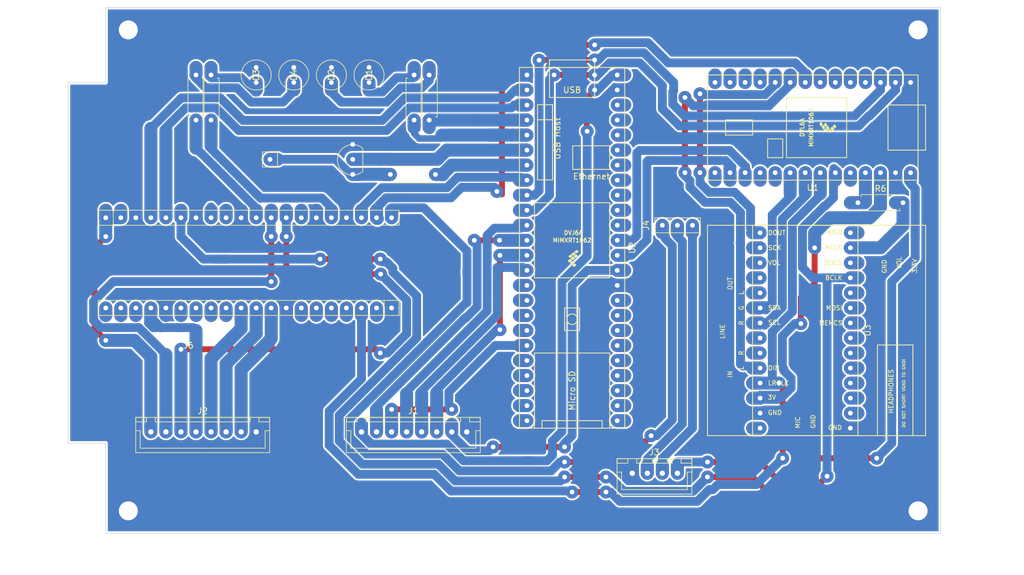
<source format=kicad_pcb>
(kicad_pcb (version 20171130) (host pcbnew "(5.1.6)-1")
  (layers (0 F.Cu signal) (31 B.Cu signal) (34 B.Paste user) (35 F.Paste user) (36 B.SilkS user) (37 F.SilkS user) (38 B.Mask user) (39 F.Mask user) (44 Edge.Cuts user))
  (net 0 "")
  (net 1 LED_PI_RUN)
  (net 2 LED_PI_READY)
  (net 3 RPI_I2S_TX_ACTIVE)
  (net 4 RPI_I2S_RX_ACTIVE)
  (net 5 T41_5V)
  (net 6 T41_CD)
  (net 7 T41_LED_CS)
  (net 8 T41_MOSI)
  (net 9 T41_MISO)
  (net 10 T41_TOUCH_CS)
  (net 11 GND)
  (net 12 T41_SCLK)
  (net 13 RPI_SCLK)
  (net 14 RPI_TOUCH_CS)
  (net 15 RPI_MISO)
  (net 16 RPI_MOSI)
  (net 17 RPI_LED_CS)
  (net 18 RPI_CD)
  (net 19 RPI_5V)
  (net 20 HOST_D+)
  (net 21 HOST_D-)
  (net 22 T40_5V)
  (net 23 RPI_RUN)
  (net 24 "Net-(J6-Pad2)")
  (net 25 I2S_FCLK)
  (net 26 "Net-(J6-Pad4)")
  (net 27 "Net-(J6-Pad5)")
  (net 28 "Net-(J6-Pad6)")
  (net 29 "Net-(J6-Pad7)")
  (net 30 "Net-(J6-Pad12)")
  (net 31 "Net-(J6-Pad13)")
  (net 32 "Net-(J6-Pad14)")
  (net 33 "Net-(J6-Pad15)")
  (net 34 "Net-(J6-Pad18)")
  (net 35 "Net-(J6-Pad19)")
  (net 36 "Net-(J6-Pad20)")
  (net 37 I2S_RXB)
  (net 38 I2S_TXB)
  (net 39 "Net-(J7-Pad14)")
  (net 40 RPI_READY)
  (net 41 "Net-(J7-Pad9)")
  (net 42 "Net-(J7-Pad8)")
  (net 43 I2S_BCLK)
  (net 44 RPI_RX)
  (net 45 RPI_TX)
  (net 46 LED_DOUT)
  (net 47 T41_3.3V)
  (net 48 PI_REBOOT)
  (net 49 SENS_PI_RUN)
  (net 50 "Net-(R6-Pad2)")
  (net 51 I2S_MCLK)
  (net 52 "Net-(U1-Pad15)")
  (net 53 "Net-(U1-Pad14)")
  (net 54 T40_TX3)
  (net 55 T40_RX3)
  (net 56 "Net-(U1-Pad18)")
  (net 57 "Net-(U1-Pad19)")
  (net 58 T40_SCA)
  (net 59 T40_SCL)
  (net 60 "Net-(U1-Pad24)")
  (net 61 T40_3.3V)
  (net 62 "Net-(U1-Pad13)")
  (net 63 "Net-(U1-Pad12)")
  (net 64 "Net-(U1-Pad11)")
  (net 65 I2S_RXA)
  (net 66 I2S_TXA)
  (net 67 "Net-(U1-Pad7)")
  (net 68 "Net-(U1-Pad6)")
  (net 69 "Net-(U1-Pad5)")
  (net 70 "Net-(U1-Pad4)")
  (net 71 T40_TX1)
  (net 72 T40_RX1)
  (net 73 "Net-(U2-Pad45)")
  (net 74 "Net-(U2-Pad44)")
  (net 75 "Net-(U2-Pad43)")
  (net 76 "Net-(U2-Pad42)")
  (net 77 "Net-(U2-Pad41)")
  (net 78 "Net-(U2-Pad40)")
  (net 79 "Net-(U2-Pad39)")
  (net 80 "Net-(U2-Pad38)")
  (net 81 "Net-(U2-Pad33)")
  (net 82 "Net-(U2-Pad32)")
  (net 83 "Net-(U2-Pad31)")
  (net 84 "Net-(U2-Pad30)")
  (net 85 "Net-(U2-Pad29)")
  (net 86 "Net-(U2-Pad28)")
  (net 87 "Net-(U2-Pad27)")
  (net 88 "Net-(U2-Pad26)")
  (net 89 "Net-(U2-Pad25)")
  (net 90 "Net-(U2-Pad24)")
  (net 91 "Net-(U2-Pad23)")
  (net 92 "Net-(U2-Pad22)")
  (net 93 +3V3)
  (net 94 "Net-(U2-Pad16)")
  (net 95 "Net-(U2-Pad20)")
  (net 96 "Net-(U2-Pad18)")
  (net 97 "Net-(U2-Pad17)")
  (net 98 "Net-(U3-Pad2)")
  (net 99 "Net-(U3-Pad3)")
  (net 100 "Net-(U3-Pad4)")
  (net 101 "Net-(U3-Pad5)")
  (net 102 "Net-(U3-Pad6)")
  (net 103 "Net-(U3-Pad7)")
  (net 104 "Net-(U3-Pad8)")
  (net 105 "Net-(U3-Pad9)")
  (net 106 "Net-(U3-Pad10)")
  (net 107 "Net-(U3-Pad12)")
  (net 108 "Net-(U3-Pad14)")
  (net 109 "Net-(U3-Pad16)")
  (net 110 "Net-(U3-Pad17)")
  (net 111 "Net-(U3-Pad18)")
  (net 112 "Net-(U3-Pad19)")
  (net 113 "Net-(U3-Pad22)")
  (net 114 "Net-(U3-Pad23)")
  (net 115 "Net-(U3-Pad28)")
  (net 116 "Net-(D1-Pad2)")
  (net 117 "Net-(D2-Pad2)")
  (net 118 "Net-(D3-Pad2)")
  (net 119 "Net-(D4-Pad2)")
  (module 0_my_footprints:myMountingHole_3.2mm_M3 (layer F.Cu) (at 58.42 115.57)
    (fp_text reference REF**)
    (fp_text value myMountingHole_3.2mm_M3)
    (pad "" thru_hole circle (at 0 0) (size 3.2 3.2) (drill 3.2) (layers *.Cu *.Mask) (net 11 GND))
  )
  (module 0_my_footprints:myMountingHole_3.2mm_M3 (layer F.Cu) (at 191.77 115.57)
    (fp_text reference REF**)
    (fp_text value myMountingHole_3.2mm_M3)
    (pad "" thru_hole circle (at 0 0) (size 3.2 3.2) (drill 3.2) (layers *.Cu *.Mask) (net 11 GND))
  )
  (module 0_my_footprints:myMountingHole_3.2mm_M3 (layer F.Cu) (at 191.77 34.29)
    (fp_text reference REF**)
    (fp_text value myMountingHole_3.2mm_M3)
    (pad "" thru_hole circle (at 0 0) (size 3.2 3.2) (drill 3.2) (layers *.Cu *.Mask) (net 11 GND))
  )
  (module 0_my_footprints:myMountingHole_3.2mm_M3 (layer F.Cu) (at 58.42 34.29)
    (fp_text reference REF**)
    (fp_text value myMountingHole_3.2mm_M3)
    (pad "" thru_hole circle (at 0 0) (size 3.2 3.2) (drill 3.2) (layers *.Cu *.Mask) (net 11 GND))
  )
  (module 0_my_footprints2:led_green (layer F.Cu) (at 99.06 40.64 270)
    (fp_text reference D1 (at 1.27 0 90) (layer F.SilkS))
    (fp_text value GREEN)
    (pad 1 thru_hole oval (at 0 0 270) (size 3.47 2.2) (drill 0.8 (offset -0.635 0)) (layers *.Cu *.Mask) (net 11 GND))
    (pad 2 thru_hole oval (at 2.54 0 270) (size 3.47 2.2) (drill 0.8 (offset 0.635 0)) (layers *.Cu *.Mask) (net 116 "Net-(D1-Pad2)"))
  )
  (module 0_my_footprints2:led_blue (layer F.Cu) (at 92.71 40.64 270)
    (fp_text reference D2 (at 1.27 0 90) (layer F.SilkS))
    (fp_text value BLUE)
    (pad 1 thru_hole oval (at 0 0 270) (size 3.47 2.2) (drill 0.8 (offset -0.635 0)) (layers *.Cu *.Mask) (net 11 GND))
    (pad 2 thru_hole oval (at 2.54 0 270) (size 3.47 2.2) (drill 0.8 (offset 0.635 0)) (layers *.Cu *.Mask) (net 117 "Net-(D2-Pad2)"))
  )
  (module 0_my_footprints2:led_yellow (layer F.Cu) (at 80.01 40.64 270)
    (fp_text reference D3 (at 1.27 0 90) (layer F.SilkS))
    (fp_text value YELLOW)
    (pad 1 thru_hole oval (at 0 0 270) (size 3.47 2.2) (drill 0.8 (offset -0.635 0)) (layers *.Cu *.Mask) (net 11 GND))
    (pad 2 thru_hole oval (at 2.54 0 270) (size 3.47 2.2) (drill 0.8 (offset 0.635 0)) (layers *.Cu *.Mask) (net 118 "Net-(D3-Pad2)"))
  )
  (module 0_my_footprints2:led_yellow (layer F.Cu) (at 86.36 40.64 270)
    (fp_text reference D4 (at 1.27 0 90) (layer F.SilkS))
    (fp_text value YELLOW)
    (pad 1 thru_hole oval (at 0 0 270) (size 3.47 2.2) (drill 0.8 (offset -0.635 0)) (layers *.Cu *.Mask) (net 11 GND))
    (pad 2 thru_hole oval (at 2.54 0 270) (size 3.47 2.2) (drill 0.8 (offset 0.635 0)) (layers *.Cu *.Mask) (net 119 "Net-(D4-Pad2)"))
  )
  (module 0_my_footprints2:JST8 (layer F.Cu) (at 97.79 102.235)
    (fp_text reference J1 (at 8.75 -3.55) (layer F.SilkS))
    (fp_text value T3_ILI9488)
    (pad 1 thru_hole oval (at 0 0) (size 2.2 3.47) (drill 0.9 (offset 0 -0.635)) (layers *.Cu *.Mask) (net 5 T41_5V))
    (pad 2 thru_hole oval (at 2.54 0) (size 2.2 3.47) (drill 0.9 (offset 0 -0.635)) (layers *.Cu *.Mask) (net 7 T41_LED_CS))
    (pad 3 thru_hole oval (at 5.08 0) (size 2.2 3.47) (drill 0.9 (offset 0 -0.635)) (layers *.Cu *.Mask) (net 10 T41_TOUCH_CS))
    (pad 4 thru_hole oval (at 7.62 0) (size 2.2 3.47) (drill 0.9 (offset 0 -0.635)) (layers *.Cu *.Mask) (net 6 T41_CD))
    (pad 5 thru_hole oval (at 10.16 0) (size 2.2 3.47) (drill 0.9 (offset 0 -0.635)) (layers *.Cu *.Mask) (net 9 T41_MISO))
    (pad 6 thru_hole oval (at 12.7 0) (size 2.2 3.47) (drill 0.9 (offset 0 -0.635)) (layers *.Cu *.Mask) (net 8 T41_MOSI))
    (pad 7 thru_hole oval (at 15.24 0) (size 2.2 3.47) (drill 0.9 (offset 0 -0.635)) (layers *.Cu *.Mask) (net 12 T41_SCLK))
    (pad 8 thru_hole oval (at 17.78 0) (size 2.2 3.47) (drill 0.9 (offset 0 -0.635)) (layers *.Cu *.Mask) (net 11 GND))
  )
  (module 0_my_footprints2:JST8 (layer F.Cu) (at 62.23 102.235)
    (fp_text reference J2 (at 8.75 -3.55) (layer F.SilkS))
    (fp_text value RPI_ILI9488)
    (pad 8 thru_hole oval (at 17.78 0) (size 2.2 3.47) (drill 0.9 (offset 0 -0.635)) (layers *.Cu *.Mask) (net 11 GND))
    (pad 7 thru_hole oval (at 15.24 0) (size 2.2 3.47) (drill 0.9 (offset 0 -0.635)) (layers *.Cu *.Mask) (net 13 RPI_SCLK))
    (pad 6 thru_hole oval (at 12.7 0) (size 2.2 3.47) (drill 0.9 (offset 0 -0.635)) (layers *.Cu *.Mask) (net 15 RPI_MISO))
    (pad 5 thru_hole oval (at 10.16 0) (size 2.2 3.47) (drill 0.9 (offset 0 -0.635)) (layers *.Cu *.Mask) (net 16 RPI_MOSI))
    (pad 4 thru_hole oval (at 7.62 0) (size 2.2 3.47) (drill 0.9 (offset 0 -0.635)) (layers *.Cu *.Mask) (net 18 RPI_CD))
    (pad 3 thru_hole oval (at 5.08 0) (size 2.2 3.47) (drill 0.9 (offset 0 -0.635)) (layers *.Cu *.Mask) (net 14 RPI_TOUCH_CS))
    (pad 2 thru_hole oval (at 2.54 0) (size 2.2 3.47) (drill 0.9 (offset 0 -0.635)) (layers *.Cu *.Mask) (net 17 RPI_LED_CS))
    (pad 1 thru_hole oval (at 0 0) (size 2.2 3.47) (drill 0.9 (offset 0 -0.635)) (layers *.Cu *.Mask) (net 19 RPI_5V))
  )
  (module 0_my_footprints2:JST4 (layer F.Cu) (at 143.51 109.22)
    (fp_text reference J3 (at 3.75 -3.55) (layer F.SilkS))
    (fp_text value "USB Host")
    (pad 1 thru_hole oval (at 0 0) (size 2.2 3.47) (drill 0.9 (offset 0 -0.635)) (layers *.Cu *.Mask) (net 11 GND))
    (pad 2 thru_hole oval (at 2.54 0) (size 2.2 3.47) (drill 0.9 (offset 0 -0.635)) (layers *.Cu *.Mask) (net 20 HOST_D+))
    (pad 3 thru_hole oval (at 5.08 0) (size 2.2 3.47) (drill 0.9 (offset 0 -0.635)) (layers *.Cu *.Mask) (net 21 HOST_D-))
    (pad 4 thru_hole oval (at 7.62 0) (size 2.2 3.47) (drill 0.9 (offset 0 -0.635)) (layers *.Cu *.Mask) (net 22 T40_5V))
  )
  (module 0_my_footprints2:pinSocket1x20 (layer F.Cu) (at 102.87 81.28 180)
    (fp_text reference J6 (at 34.29 -6.35) (layer F.SilkS))
    (fp_text value rpiB)
    (pad 1 thru_hole oval (at 0 0 180) (size 2.2 3.47) (drill 0.8 (offset 0 -0.635)) (layers *.Cu *.Mask) (net 11 GND))
    (pad 2 thru_hole oval (at 2.54 0 180) (size 2.2 3.47) (drill 0.8 (offset 0 -0.635)) (layers *.Cu *.Mask) (net 24 "Net-(J6-Pad2)"))
    (pad 3 thru_hole oval (at 5.08 0 180) (size 2.2 3.47) (drill 0.8 (offset 0 -0.635)) (layers *.Cu *.Mask) (net 25 I2S_FCLK))
    (pad 4 thru_hole oval (at 7.62 0 180) (size 2.2 3.47) (drill 0.8 (offset 0 -0.635)) (layers *.Cu *.Mask) (net 26 "Net-(J6-Pad4)"))
    (pad 5 thru_hole oval (at 10.16 0 180) (size 2.2 3.47) (drill 0.8 (offset 0 -0.635)) (layers *.Cu *.Mask) (net 27 "Net-(J6-Pad5)"))
    (pad 6 thru_hole oval (at 12.7 0 180) (size 2.2 3.47) (drill 0.8 (offset 0 -0.635)) (layers *.Cu *.Mask) (net 28 "Net-(J6-Pad6)"))
    (pad 7 thru_hole oval (at 15.24 0 180) (size 2.2 3.47) (drill 0.8 (offset 0 -0.635)) (layers *.Cu *.Mask) (net 29 "Net-(J6-Pad7)"))
    (pad 8 thru_hole oval (at 17.78 0 180) (size 2.2 3.47) (drill 0.8 (offset 0 -0.635)) (layers *.Cu *.Mask) (net 11 GND))
    (pad 9 thru_hole oval (at 20.32 0 180) (size 2.2 3.47) (drill 0.8 (offset 0 -0.635)) (layers *.Cu *.Mask) (net 13 RPI_SCLK))
    (pad 10 thru_hole oval (at 22.86 0 180) (size 2.2 3.47) (drill 0.8 (offset 0 -0.635)) (layers *.Cu *.Mask) (net 15 RPI_MISO))
    (pad 11 thru_hole oval (at 25.4 0 180) (size 2.2 3.47) (drill 0.8 (offset 0 -0.635)) (layers *.Cu *.Mask) (net 16 RPI_MOSI))
    (pad 12 thru_hole oval (at 27.94 0 180) (size 2.2 3.47) (drill 0.8 (offset 0 -0.635)) (layers *.Cu *.Mask) (net 30 "Net-(J6-Pad12)"))
    (pad 13 thru_hole oval (at 30.48 0 180) (size 2.2 3.47) (drill 0.8 (offset 0 -0.635)) (layers *.Cu *.Mask) (net 31 "Net-(J6-Pad13)"))
    (pad 14 thru_hole oval (at 33.02 0 180) (size 2.2 3.47) (drill 0.8 (offset 0 -0.635)) (layers *.Cu *.Mask) (net 32 "Net-(J6-Pad14)"))
    (pad 15 thru_hole oval (at 35.56 0 180) (size 2.2 3.47) (drill 0.8 (offset 0 -0.635)) (layers *.Cu *.Mask) (net 33 "Net-(J6-Pad15)"))
    (pad 16 thru_hole oval (at 38.1 0 180) (size 2.2 3.47) (drill 0.8 (offset 0 -0.635)) (layers *.Cu *.Mask) (net 11 GND))
    (pad 17 thru_hole oval (at 40.64 0 180) (size 2.2 3.47) (drill 0.8 (offset 0 -0.635)) (layers *.Cu *.Mask) (net 18 RPI_CD))
    (pad 18 thru_hole oval (at 43.18 0 180) (size 2.2 3.47) (drill 0.8 (offset 0 -0.635)) (layers *.Cu *.Mask) (net 34 "Net-(J6-Pad18)"))
    (pad 19 thru_hole oval (at 45.72 0 180) (size 2.2 3.47) (drill 0.8 (offset 0 -0.635)) (layers *.Cu *.Mask) (net 35 "Net-(J6-Pad19)"))
    (pad 20 thru_hole oval (at 48.26 0 180) (size 2.2 3.47) (drill 0.8 (offset 0 -0.635)) (layers *.Cu *.Mask) (net 36 "Net-(J6-Pad20)"))
  )
  (module 0_my_footprints2:pinSocket1x20 (layer F.Cu) (at 54.61 66.04)
    (fp_text reference J7 hide)
    (fp_text value rpiA)
    (pad 20 thru_hole oval (at 48.26 0) (size 2.2 3.47) (drill 0.8 (offset 0 -0.635)) (layers *.Cu *.Mask) (net 37 I2S_RXB))
    (pad 19 thru_hole oval (at 45.72 0) (size 2.2 3.47) (drill 0.8 (offset 0 -0.635)) (layers *.Cu *.Mask) (net 38 I2S_TXB))
    (pad 18 thru_hole oval (at 43.18 0) (size 2.2 3.47) (drill 0.8 (offset 0 -0.635)) (layers *.Cu *.Mask) (net 40 RPI_READY))
    (pad 17 thru_hole oval (at 40.64 0) (size 2.2 3.47) (drill 0.8 (offset 0 -0.635)) (layers *.Cu *.Mask) (net 11 GND))
    (pad 16 thru_hole oval (at 38.1 0) (size 2.2 3.47) (drill 0.8 (offset 0 -0.635)) (layers *.Cu *.Mask) (net 3 RPI_I2S_TX_ACTIVE))
    (pad 15 thru_hole oval (at 35.56 0) (size 2.2 3.47) (drill 0.8 (offset 0 -0.635)) (layers *.Cu *.Mask) (net 11 GND))
    (pad 14 thru_hole oval (at 33.02 0) (size 2.2 3.47) (drill 0.8 (offset 0 -0.635)) (layers *.Cu *.Mask) (net 39 "Net-(J7-Pad14)"))
    (pad 13 thru_hole oval (at 30.48 0) (size 2.2 3.47) (drill 0.8 (offset 0 -0.635)) (layers *.Cu *.Mask) (net 14 RPI_TOUCH_CS))
    (pad 12 thru_hole oval (at 27.94 0) (size 2.2 3.47) (drill 0.8 (offset 0 -0.635)) (layers *.Cu *.Mask) (net 17 RPI_LED_CS))
    (pad 11 thru_hole oval (at 25.4 0) (size 2.2 3.47) (drill 0.8 (offset 0 -0.635)) (layers *.Cu *.Mask) (net 4 RPI_I2S_RX_ACTIVE))
    (pad 10 thru_hole oval (at 22.86 0) (size 2.2 3.47) (drill 0.8 (offset 0 -0.635)) (layers *.Cu *.Mask) (net 11 GND))
    (pad 9 thru_hole oval (at 20.32 0) (size 2.2 3.47) (drill 0.8 (offset 0 -0.635)) (layers *.Cu *.Mask) (net 41 "Net-(J7-Pad9)"))
    (pad 8 thru_hole oval (at 17.78 0) (size 2.2 3.47) (drill 0.8 (offset 0 -0.635)) (layers *.Cu *.Mask) (net 42 "Net-(J7-Pad8)"))
    (pad 7 thru_hole oval (at 15.24 0) (size 2.2 3.47) (drill 0.8 (offset 0 -0.635)) (layers *.Cu *.Mask) (net 11 GND))
    (pad 6 thru_hole oval (at 12.7 0) (size 2.2 3.47) (drill 0.8 (offset 0 -0.635)) (layers *.Cu *.Mask) (net 43 I2S_BCLK))
    (pad 5 thru_hole oval (at 10.16 0) (size 2.2 3.47) (drill 0.8 (offset 0 -0.635)) (layers *.Cu *.Mask) (net 44 RPI_RX))
    (pad 4 thru_hole oval (at 7.62 0) (size 2.2 3.47) (drill 0.8 (offset 0 -0.635)) (layers *.Cu *.Mask) (net 45 RPI_TX))
    (pad 3 thru_hole oval (at 5.08 0) (size 2.2 3.47) (drill 0.8 (offset 0 -0.635)) (layers *.Cu *.Mask) (net 11 GND))
    (pad 2 thru_hole oval (at 2.54 0) (size 2.2 3.47) (drill 0.8 (offset 0 -0.635)) (layers *.Cu *.Mask) (net 19 RPI_5V))
    (pad 1 thru_hole oval (at 0 0) (size 2.2 3.47) (drill 0.8 (offset 0 -0.635)) (layers *.Cu *.Mask) (net 19 RPI_5V))
  )
  (module 0_my_teensy:teensy41 (layer F.Cu) (at 125.73 41.91 270)
    (fp_text reference U2 (at 29.21 -17.78 90) (layer F.SilkS))
    (fp_text value myTeensy4.1)
    (fp_text user DVJ6A (at 26.67 -7.8 180) (layer F.SilkS) (effects (font (size 0.7 0.7))))
    (fp_text user MIMXRT1062 (at 27.94 -7.62 180) (layer F.SilkS) (effects (font (size 0.7 0.7))))
    (fp_text user "Micro SD" (at 53.34 -7.62 90) (layer F.SilkS))
    (fp_text user USB (at 2.54 -7.62 180) (layer F.SilkS))
    (fp_text user Ethernet (at 17.145 -10.8966) (layer F.SilkS))
    (fp_text user "USB Host" (at 10.7442 -5.1308 90) (layer F.SilkS))
    (pad 48 thru_hole oval (at 0 -15.24 270) (size 2.2 3.47) (drill 0.8 (offset 0 -0.635)) (layers *.Cu *.Mask) (net 5 T41_5V))
    (pad 47 thru_hole oval (at 2.54 -15.24 270) (size 2.2 3.47) (drill 0.8 (offset 0 -0.635)) (layers *.Cu *.Mask) (net 11 GND))
    (pad 46 thru_hole oval (at 5.08 -15.24 270) (size 2.2 3.47) (drill 0.8 (offset 0 -0.635)) (layers *.Cu *.Mask) (net 47 T41_3.3V))
    (pad 45 thru_hole oval (at 7.62 -15.24 270) (size 2.2 3.47) (drill 0.8 (offset 0 -0.635)) (layers *.Cu *.Mask) (net 73 "Net-(U2-Pad45)"))
    (pad 44 thru_hole oval (at 10.16 -15.24 270) (size 2.2 3.47) (drill 0.8 (offset 0 -0.635)) (layers *.Cu *.Mask) (net 74 "Net-(U2-Pad44)"))
    (pad 43 thru_hole oval (at 12.7 -15.24 270) (size 2.2 3.47) (drill 0.8 (offset 0 -0.635)) (layers *.Cu *.Mask) (net 75 "Net-(U2-Pad43)"))
    (pad 42 thru_hole oval (at 15.24 -15.24 270) (size 2.2 3.47) (drill 0.8 (offset 0 -0.635)) (layers *.Cu *.Mask) (net 76 "Net-(U2-Pad42)"))
    (pad 41 thru_hole oval (at 17.78 -15.24 270) (size 2.2 3.47) (drill 0.8 (offset 0 -0.635)) (layers *.Cu *.Mask) (net 77 "Net-(U2-Pad41)"))
    (pad 40 thru_hole oval (at 20.32 -15.24 270) (size 2.2 3.47) (drill 0.8 (offset 0 -0.635)) (layers *.Cu *.Mask) (net 78 "Net-(U2-Pad40)"))
    (pad 39 thru_hole oval (at 22.86 -15.24 270) (size 2.2 3.47) (drill 0.8 (offset 0 -0.635)) (layers *.Cu *.Mask) (net 79 "Net-(U2-Pad39)"))
    (pad 38 thru_hole oval (at 25.4 -15.24 270) (size 2.2 3.47) (drill 0.8 (offset 0 -0.635)) (layers *.Cu *.Mask) (net 80 "Net-(U2-Pad38)"))
    (pad 37 thru_hole oval (at 27.94 -15.24 270) (size 2.2 3.47) (drill 0.8 (offset 0 -0.635)) (layers *.Cu *.Mask) (net 55 T40_RX3))
    (pad 36 thru_hole oval (at 30.48 -15.24 270) (size 2.2 3.47) (drill 0.8 (offset 0 -0.635)) (layers *.Cu *.Mask) (net 54 T40_TX3))
    (pad 35 thru_hole oval (at 33.02 -15.24 270) (size 2.2 3.47) (drill 0.8 (offset 0 -0.635)) (layers *.Cu *.Mask) (net 12 T41_SCLK))
    (pad 1 thru_hole oval (at 0 0 270) (size 2.2 3.47) (drill 0.8 (offset 0 0.635)) (layers *.Cu *.Mask) (net 11 GND))
    (pad 2 thru_hole oval (at 2.54 0 270) (size 2.2 3.47) (drill 0.8 (offset 0 0.635)) (layers *.Cu *.Mask) (net 45 RPI_TX))
    (pad 3 thru_hole oval (at 5.08 0 270) (size 2.2 3.47) (drill 0.8 (offset 0 0.635)) (layers *.Cu *.Mask) (net 44 RPI_RX))
    (pad 4 thru_hole oval (at 7.62 0 270) (size 2.2 3.47) (drill 0.8 (offset 0 0.635)) (layers *.Cu *.Mask) (net 2 LED_PI_READY))
    (pad 5 thru_hole oval (at 10.16 0 270) (size 2.2 3.47) (drill 0.8 (offset 0 0.635)) (layers *.Cu *.Mask) (net 1 LED_PI_RUN))
    (pad 6 thru_hole oval (at 12.7 0 270) (size 2.2 3.47) (drill 0.8 (offset 0 0.635)) (layers *.Cu *.Mask) (net 48 PI_REBOOT))
    (pad 7 thru_hole oval (at 15.24 0 270) (size 2.2 3.47) (drill 0.8 (offset 0 0.635)) (layers *.Cu *.Mask) (net 49 SENS_PI_RUN))
    (pad 8 thru_hole oval (at 17.78 0 270) (size 2.2 3.47) (drill 0.8 (offset 0 0.635)) (layers *.Cu *.Mask) (net 40 RPI_READY))
    (pad 9 thru_hole oval (at 20.32 0 270) (size 2.2 3.47) (drill 0.8 (offset 0 0.635)) (layers *.Cu *.Mask) (net 71 T40_TX1))
    (pad 10 thru_hole oval (at 22.86 0 270) (size 2.2 3.47) (drill 0.8 (offset 0 0.635)) (layers *.Cu *.Mask) (net 72 T40_RX1))
    (pad 11 thru_hole oval (at 25.4 0 270) (size 2.2 3.47) (drill 0.8 (offset 0 0.635)) (layers *.Cu *.Mask) (net 6 T41_CD))
    (pad 12 thru_hole oval (at 27.94 0 270) (size 2.2 3.47) (drill 0.8 (offset 0 0.635)) (layers *.Cu *.Mask) (net 7 T41_LED_CS))
    (pad 13 thru_hole oval (at 30.48 0 270) (size 2.2 3.47) (drill 0.8 (offset 0 0.635)) (layers *.Cu *.Mask) (net 8 T41_MOSI))
    (pad 34 thru_hole oval (at 35.56 -15.24 270) (size 2.2 3.47) (drill 0.8 (offset 0 -0.635)) (layers *.Cu *.Mask) (net 11 GND))
    (pad 33 thru_hole oval (at 38.1 -15.24 270) (size 2.2 3.47) (drill 0.8 (offset 0 -0.635)) (layers *.Cu *.Mask) (net 81 "Net-(U2-Pad33)"))
    (pad 32 thru_hole oval (at 40.64 -15.24 270) (size 2.2 3.47) (drill 0.8 (offset 0 -0.635)) (layers *.Cu *.Mask) (net 82 "Net-(U2-Pad32)"))
    (pad 31 thru_hole oval (at 43.18 -15.24 270) (size 2.2 3.47) (drill 0.8 (offset 0 -0.635)) (layers *.Cu *.Mask) (net 83 "Net-(U2-Pad31)"))
    (pad 30 thru_hole oval (at 45.72 -15.24 270) (size 2.2 3.47) (drill 0.8 (offset 0 -0.635)) (layers *.Cu *.Mask) (net 84 "Net-(U2-Pad30)"))
    (pad 29 thru_hole oval (at 48.26 -15.24 270) (size 2.2 3.47) (drill 0.8 (offset 0 -0.635)) (layers *.Cu *.Mask) (net 85 "Net-(U2-Pad29)"))
    (pad 28 thru_hole oval (at 50.8 -15.24 270) (size 2.2 3.47) (drill 0.8 (offset 0 -0.635)) (layers *.Cu *.Mask) (net 86 "Net-(U2-Pad28)"))
    (pad 27 thru_hole oval (at 53.34 -15.24 270) (size 2.2 3.47) (drill 0.8 (offset 0 -0.635)) (layers *.Cu *.Mask) (net 87 "Net-(U2-Pad27)"))
    (pad 26 thru_hole oval (at 55.88 -15.24 270) (size 2.2 3.47) (drill 0.8 (offset 0 -0.635)) (layers *.Cu *.Mask) (net 88 "Net-(U2-Pad26)"))
    (pad 25 thru_hole oval (at 58.42 -15.24 270) (size 2.2 3.47) (drill 0.8 (offset 0 -0.635)) (layers *.Cu *.Mask) (net 89 "Net-(U2-Pad25)"))
    (pad 24 thru_hole oval (at 58.42 0 270) (size 2.2 3.47) (drill 0.8 (offset 0 0.635)) (layers *.Cu *.Mask) (net 90 "Net-(U2-Pad24)"))
    (pad 23 thru_hole oval (at 55.88 0 270) (size 2.2 3.47) (drill 0.8 (offset 0 0.635)) (layers *.Cu *.Mask) (net 91 "Net-(U2-Pad23)"))
    (pad 22 thru_hole oval (at 53.34 0 270) (size 2.2 3.47) (drill 0.8 (offset 0 0.635)) (layers *.Cu *.Mask) (net 92 "Net-(U2-Pad22)"))
    (pad 21 thru_hole oval (at 50.8 0 270) (size 2.2 3.47) (drill 0.8 (offset 0 0.635)) (layers *.Cu *.Mask) (net 46 LED_DOUT))
    (pad 14 thru_hole oval (at 33.02 0 270) (size 2.2 3.47) (drill 0.8 (offset 0 0.635)) (layers *.Cu *.Mask) (net 9 T41_MISO))
    (pad 15 thru_hole oval (at 35.56 0 270) (size 2.2 3.47) (drill 0.8 (offset 0 0.635)) (layers *.Cu *.Mask) (net 93 +3V3))
    (pad 16 thru_hole oval (at 38.1 0 270) (size 2.2 3.47) (drill 0.8 (offset 0 0.635)) (layers *.Cu *.Mask) (net 94 "Net-(U2-Pad16)"))
    (pad 20 thru_hole oval (at 48.26 0 270) (size 2.2 3.47) (drill 0.8 (offset 0 0.635)) (layers *.Cu *.Mask) (net 95 "Net-(U2-Pad20)"))
    (pad 19 thru_hole oval (at 45.72 0 270) (size 2.2 3.47) (drill 0.8 (offset 0 0.635)) (layers *.Cu *.Mask) (net 10 T41_TOUCH_CS))
    (pad 18 thru_hole oval (at 43.18 0 270) (size 2.2 3.47) (drill 0.8 (offset 0 0.635)) (layers *.Cu *.Mask) (net 96 "Net-(U2-Pad18)"))
    (pad 17 thru_hole oval (at 40.64 0 270) (size 2.2 3.47) (drill 0.8 (offset 0 0.635)) (layers *.Cu *.Mask) (net 97 "Net-(U2-Pad17)"))
  )
  (module 0_my_teensy:audioShieldRevB (layer F.Cu) (at 180.34 101.6 90)
    (fp_text reference U3 (at 16.51 2.89814 90) (layer F.SilkS))
    (fp_text value teensyAudioRevB)
    (fp_text user 3.3V (at 27.40406 10.8458 90) (layer F.SilkS) (effects (font (size 0.762 0.762) (thickness 0.127))))
    (fp_text user VOL (at 27.94 8.23976 90) (layer F.SilkS) (effects (font (size 0.762 0.762) (thickness 0.127))))
    (fp_text user GND (at 27.331489 5.73278 90) (layer F.SilkS) (effects (font (size 0.762 0.762) (thickness 0.127))))
    (fp_text user L (at 22.86 -18.415 90) (layer F.SilkS) (effects (font (size 0.762 0.762) (thickness 0.127))))
    (fp_text user G (at 20.32 -18.415 90) (layer F.SilkS) (effects (font (size 0.762 0.762) (thickness 0.127))))
    (fp_text user R (at 17.78 -18.415 90) (layer F.SilkS) (effects (font (size 0.762 0.762) (thickness 0.127))))
    (fp_text user R (at 12.7 -18.415 90) (layer F.SilkS) (effects (font (size 0.762 0.762) (thickness 0.127))))
    (fp_text user L (at 10.16 -18.415 90) (layer F.SilkS) (effects (font (size 0.762 0.762) (thickness 0.127))))
    (fp_text user OUT (at 24.4602 -20.31238 90) (layer F.SilkS) (effects (font (size 0.762 0.762) (thickness 0.127))))
    (fp_text user IN (at 9.1186 -20.30984 90) (layer F.SilkS) (effects (font (size 0.762 0.762) (thickness 0.127))))
    (fp_text user GND (at 0.08636 -2.594852) (layer F.SilkS) (effects (font (size 0.762 0.762) (thickness 0.127))))
    (fp_text user MIC (at 0.954314 -8.88238 90) (layer F.SilkS) (effects (font (size 0.762 0.762) (thickness 0.127))))
    (fp_text user GND (at 1.1176 -6.29412 90) (layer F.SilkS) (effects (font (size 0.762 0.762) (thickness 0.127))))
    (fp_text user SCK (at 30.48 -13.97 180) (layer F.SilkS) (effects (font (size 0.762 0.762) (thickness 0.127)) (justify left)))
    (fp_text user VOL (at 27.94 -13.97) (layer F.SilkS) (effects (font (size 0.762 0.762) (thickness 0.127)) (justify left)))
    (fp_text user 3V (at 5.20954 -13.254808) (layer F.SilkS) (effects (font (size 0.762 0.762) (thickness 0.127))))
    (fp_text user LRCLK (at 7.62 -13.97) (layer F.SilkS) (effects (font (size 0.762 0.762) (thickness 0.127)) (justify left)))
    (fp_text user BCLK (at 25.4 -1.27) (layer F.SilkS) (effects (font (size 0.762 0.762) (thickness 0.127)) (justify right)))
    (fp_text user SCL (at 17.86636 -13.97) (layer F.SilkS) (effects (font (size 0.762 0.762) (thickness 0.127)) (justify left)))
    (fp_text user SDA (at 20.32 -13.97) (layer F.SilkS) (effects (font (size 0.762 0.762) (thickness 0.127)) (justify left)))
    (fp_text user MEMCS (at 17.78 -1.27 180) (layer F.SilkS) (effects (font (size 0.762 0.762) (thickness 0.127)) (justify right)))
    (fp_text user DIN (at 10.16 -13.97) (layer F.SilkS) (effects (font (size 0.762 0.762) (thickness 0.127)) (justify left)))
    (fp_text user DOUT (at 33.02 -13.97) (layer F.SilkS) (effects (font (size 0.762 0.762) (thickness 0.127)) (justify left)))
    (fp_text user SDCS (at 27.94 -1.27) (layer F.SilkS) (effects (font (size 0.762 0.762) (thickness 0.127)) (justify right)))
    (fp_text user MOSI (at 20.32 -1.27) (layer F.SilkS) (effects (font (size 0.762 0.762) (thickness 0.127)) (justify right)))
    (fp_text user MISO (at 33.09112 -1.27) (layer F.SilkS) (effects (font (size 0.762 0.762) (thickness 0.127)) (justify right)))
    (fp_text user HEADPHONES (at 6.23316 6.88594 90) (layer F.SilkS) (effects (font (size 0.762 0.762) (thickness 0.127))))
    (fp_text user "DO NOT SHORT VGND TO GND!" (at 5.87756 9.02208 90) (layer F.SilkS) (effects (font (size 0.508 0.508) (thickness 0.1016))))
    (fp_text user LINE (at 16.34236 -21.59 90) (layer F.SilkS) (effects (font (size 0.762 0.762) (thickness 0.127))))
    (fp_text user MCLK (at 30.55112 -1.27) (layer F.SilkS) (effects (font (size 0.762 0.762) (thickness 0.127)) (justify right)))
    (fp_text user GND (at 2.62636 -12.754852) (layer F.SilkS) (effects (font (size 0.762 0.762) (thickness 0.127))))
    (pad 1 thru_hole oval (at 0 0 90) (size 2.2 3.47) (drill 0.8 (offset 0 0.635)) (layers *.Cu *.Mask) (net 11 GND))
    (pad 2 thru_hole oval (at 2.54 0 90) (size 2.2 3.47) (drill 0.8 (offset 0 0.635)) (layers *.Cu *.Mask) (net 98 "Net-(U3-Pad2)"))
    (pad 3 thru_hole oval (at 5.08 0 90) (size 2.2 3.47) (drill 0.8 (offset 0 0.635)) (layers *.Cu *.Mask) (net 99 "Net-(U3-Pad3)"))
    (pad 4 thru_hole oval (at 7.62 0 90) (size 2.2 3.47) (drill 0.8 (offset 0 0.635)) (layers *.Cu *.Mask) (net 100 "Net-(U3-Pad4)"))
    (pad 5 thru_hole oval (at 10.16 0 90) (size 2.2 3.47) (drill 0.8 (offset 0 0.635)) (layers *.Cu *.Mask) (net 101 "Net-(U3-Pad5)"))
    (pad 6 thru_hole oval (at 12.7 0 90) (size 2.2 3.47) (drill 0.8 (offset 0 0.635)) (layers *.Cu *.Mask) (net 102 "Net-(U3-Pad6)"))
    (pad 7 thru_hole oval (at 15.24 0 90) (size 2.2 3.47) (drill 0.8 (offset 0 0.635)) (layers *.Cu *.Mask) (net 103 "Net-(U3-Pad7)"))
    (pad 8 thru_hole oval (at 17.78 0 90) (size 2.2 3.47) (drill 0.8 (offset 0 0.635)) (layers *.Cu *.Mask) (net 104 "Net-(U3-Pad8)"))
    (pad 9 thru_hole oval (at 20.32 0 90) (size 2.2 3.47) (drill 0.8 (offset 0 0.635)) (layers *.Cu *.Mask) (net 105 "Net-(U3-Pad9)"))
    (pad 10 thru_hole oval (at 22.86 0 90) (size 2.2 3.47) (drill 0.8 (offset 0 0.635)) (layers *.Cu *.Mask) (net 106 "Net-(U3-Pad10)"))
    (pad 11 thru_hole oval (at 25.4 0 90) (size 2.2 3.47) (drill 0.8 (offset 0 0.635)) (layers *.Cu *.Mask) (net 43 I2S_BCLK))
    (pad 12 thru_hole oval (at 27.94 0 90) (size 2.2 3.47) (drill 0.8 (offset 0 0.635)) (layers *.Cu *.Mask) (net 107 "Net-(U3-Pad12)"))
    (pad 13 thru_hole oval (at 30.48 0 90) (size 2.2 3.47) (drill 0.8 (offset 0 0.635)) (layers *.Cu *.Mask) (net 50 "Net-(R6-Pad2)"))
    (pad 14 thru_hole oval (at 33.02 0 90) (size 2.2 3.47) (drill 0.8 (offset 0 0.635)) (layers *.Cu *.Mask) (net 108 "Net-(U3-Pad14)"))
    (pad 15 thru_hole oval (at 33.02 -15.24 90) (size 2.2 3.47) (drill 0.8 (offset 0 -0.635)) (layers *.Cu *.Mask) (net 65 I2S_RXA))
    (pad 16 thru_hole oval (at 30.48 -15.24 90) (size 2.2 3.47) (drill 0.8 (offset 0 -0.635)) (layers *.Cu *.Mask) (net 109 "Net-(U3-Pad16)"))
    (pad 17 thru_hole oval (at 27.94 -15.24 90) (size 2.2 3.47) (drill 0.8 (offset 0 -0.635)) (layers *.Cu *.Mask) (net 110 "Net-(U3-Pad17)"))
    (pad 18 thru_hole oval (at 25.4 -15.24 90) (size 2.2 3.47) (drill 0.8 (offset 0 -0.635)) (layers *.Cu *.Mask) (net 111 "Net-(U3-Pad18)"))
    (pad 19 thru_hole oval (at 22.86 -15.24 90) (size 2.2 3.47) (drill 0.8 (offset 0 -0.635)) (layers *.Cu *.Mask) (net 112 "Net-(U3-Pad19)"))
    (pad 20 thru_hole oval (at 20.32 -15.24 90) (size 2.2 3.47) (drill 0.8 (offset 0 -0.635)) (layers *.Cu *.Mask) (net 58 T40_SCA))
    (pad 21 thru_hole oval (at 17.78 -15.24 90) (size 2.2 3.47) (drill 0.8 (offset 0 -0.635)) (layers *.Cu *.Mask) (net 59 T40_SCL))
    (pad 22 thru_hole oval (at 15.24 -15.24 90) (size 2.2 3.47) (drill 0.8 (offset 0 -0.635)) (layers *.Cu *.Mask) (net 113 "Net-(U3-Pad22)"))
    (pad 23 thru_hole oval (at 12.7 -15.24 90) (size 2.2 3.47) (drill 0.8 (offset 0 -0.635)) (layers *.Cu *.Mask) (net 114 "Net-(U3-Pad23)"))
    (pad 24 thru_hole oval (at 10.16 -15.24 90) (size 2.2 3.47) (drill 0.8 (offset 0 -0.635)) (layers *.Cu *.Mask) (net 66 I2S_TXA))
    (pad 25 thru_hole oval (at 7.62 -15.24 90) (size 2.2 3.47) (drill 0.8 (offset 0 -0.635)) (layers *.Cu *.Mask) (net 25 I2S_FCLK))
    (pad 26 thru_hole oval (at 5.08 -15.24 90) (size 2.2 3.47) (drill 0.8 (offset 0 -0.635)) (layers *.Cu *.Mask) (net 61 T40_3.3V))
    (pad 27 thru_hole oval (at 2.54 -15.24 90) (size 2.2 3.47) (drill 0.8 (offset 0 -0.635)) (layers *.Cu *.Mask) (net 11 GND))
    (pad 28 thru_hole oval (at 0 -15.24 90) (size 2.2 3.47) (drill 0.8 (offset 0 -0.635)) (layers *.Cu *.Mask) (net 115 "Net-(U3-Pad28)"))
  )
  (module 0_my_footprints2:resistor (layer F.Cu) (at 106.68 49.53 90)
    (fp_text reference R1 hide)
    (fp_text value 220)
    (pad 2 thru_hole oval (at 7.62 0 90) (size 3.47 2.2) (drill 0.8 (offset 0.635 0)) (layers *.Cu *.Mask) (net 116 "Net-(D1-Pad2)"))
    (pad 1 thru_hole oval (at 0 0 90) (size 3.47 2.2) (drill 0.8 (offset -0.635 0)) (layers *.Cu *.Mask) (net 1 LED_PI_RUN))
  )
  (module 0_my_footprints2:resistor (layer F.Cu) (at 109.22 49.53 90)
    (fp_text reference R2 hide)
    (fp_text value 560)
    (pad 2 thru_hole oval (at 7.62 0 90) (size 3.47 2.2) (drill 0.8 (offset 0.635 0)) (layers *.Cu *.Mask) (net 117 "Net-(D2-Pad2)"))
    (pad 1 thru_hole oval (at 0 0 90) (size 3.47 2.2) (drill 0.8 (offset -0.635 0)) (layers *.Cu *.Mask) (net 2 LED_PI_READY))
  )
  (module 0_my_footprints2:resistor (layer F.Cu) (at 72.39 49.53 90)
    (fp_text reference R3 hide)
    (fp_text value 220)
    (pad 1 thru_hole oval (at 0 0 90) (size 3.47 2.2) (drill 0.8 (offset -0.635 0)) (layers *.Cu *.Mask) (net 3 RPI_I2S_TX_ACTIVE))
    (pad 2 thru_hole oval (at 7.62 0 90) (size 3.47 2.2) (drill 0.8 (offset 0.635 0)) (layers *.Cu *.Mask) (net 118 "Net-(D3-Pad2)"))
  )
  (module 0_my_footprints2:resistor (layer F.Cu) (at 69.85 49.53 90)
    (fp_text reference R4 hide)
    (fp_text value 220)
    (pad 2 thru_hole oval (at 7.62 0 90) (size 3.47 2.2) (drill 0.8 (offset 0.635 0)) (layers *.Cu *.Mask) (net 119 "Net-(D4-Pad2)"))
    (pad 1 thru_hole oval (at 0 0 90) (size 3.47 2.2) (drill 0.8 (offset -0.635 0)) (layers *.Cu *.Mask) (net 4 RPI_I2S_RX_ACTIVE))
  )
  (module 0_my_footprints2:resistor (layer F.Cu) (at 110.28 58.72 180)
    (fp_text reference R5 hide)
    (fp_text value 220)
    (pad 1 thru_hole oval (at 0 0 180) (size 3.47 2.2) (drill 0.8 (offset -0.635 0)) (layers *.Cu *.Mask) (net 49 SENS_PI_RUN))
    (pad 2 thru_hole oval (at 7.62 0 180) (size 3.47 2.2) (drill 0.8 (offset 0.635 0)) (layers *.Cu *.Mask) (net 23 RPI_RUN))
  )
  (module 0_my_footprints2:resistor (layer F.Cu) (at 181.61 63.5)
    (fp_text reference R6 (at 3.81 -2.37) (layer F.SilkS))
    (fp_text value 100)
    (pad 2 thru_hole oval (at 7.62 0) (size 3.47 2.2) (drill 0.8 (offset -0.635 0)) (layers *.Cu *.Mask) (net 50 "Net-(R6-Pad2)"))
    (pad 1 thru_hole oval (at 0 0) (size 3.47 2.2) (drill 0.8 (offset -0.635 0)) (layers *.Cu *.Mask) (net 51 I2S_MCLK))
  )
  (module 0_my_footprints2:transistor (layer F.Cu) (at 96.31 58.72 90)
    (fp_text reference Q1 hide)
    (fp_text value BC547)
    (pad 1 thru_hole oval (at 0 0 90) (size 2.2 3.47) (drill 0.8 (offset 0 0.635)) (layers *.Cu *.Mask) (net 23 RPI_RUN))
    (pad 3 thru_hole oval (at 5.08 0 90) (size 2.2 3.47) (drill 0.8 (offset 0 0.635)) (layers *.Cu *.Mask) (net 11 GND))
    (pad 2 thru_hole oval (at 2.54 0 90) (size 2.2 3.47) (drill 0.8 (offset 0 0.635)) (layers *.Cu *.Mask) (net 48 PI_REBOOT))
  )
  (module 0_my_footprints2:pinSocket1x1 (layer F.Cu) (at 82.34 56.18 180)
    (fp_text reference J5 hide)
    (fp_text value RPI_RUN)
    (pad 1 thru_hole oval (at 0 0 180) (size 3.47 2.2) (drill 0.8 (offset -0.635 0)) (layers *.Cu *.Mask) (net 23 RPI_RUN))
  )
  (module 0_my_footprints2:pinSocket1x3 (layer F.Cu) (at 148.59 67.31 90)
    (fp_text reference J4 (at 0 -2.77 90) (layer F.SilkS))
    (fp_text value "40 bottom")
    (pad 1 thru_hole oval (at 0 0 90) (size 3.47 2.2) (drill 0.8 (offset -0.635 0)) (layers *.Cu *.Mask) (net 37 I2S_RXB))
    (pad 2 thru_hole oval (at 0 2.54 90) (size 3.47 2.2) (drill 0.8 (offset -0.635 0)) (layers *.Cu *.Mask) (net 20 HOST_D+))
    (pad 3 thru_hole oval (at 0 5.08 90) (size 3.47 2.2) (drill 0.8 (offset -0.635 0)) (layers *.Cu *.Mask) (net 21 HOST_D-))
  )
  (module 0_my_teensy:teensy40 (layer F.Cu) (at 190.5 43.18 180)
    (fp_text reference U1 (at 16.51 -17.78) (layer F.SilkS))
    (fp_text value myTeensy4.0)
    (fp_text user MIMXRT1062 (at 16.764 -7.62 90) (layer F.SilkS) (effects (font (size 0.7 0.7))))
    (fp_text user DVL6A (at 18.288 -7.62 90) (layer F.SilkS) (effects (font (size 0.7 0.7))))
    (pad 15 thru_hole oval (at 33.02 -15.24 180) (size 2.2 3.47) (drill 0.8 (offset 0 -0.635)) (layers *.Cu *.Mask) (net 52 "Net-(U1-Pad15)"))
    (pad 14 thru_hole oval (at 33.02 0 180) (size 2.2 3.47) (drill 0.8 (offset 0 0.635)) (layers *.Cu *.Mask) (net 53 "Net-(U1-Pad14)"))
    (pad 16 thru_hole oval (at 30.48 -15.24 180) (size 2.2 3.47) (drill 0.8 (offset 0 -0.635)) (layers *.Cu *.Mask) (net 54 T40_TX3))
    (pad 17 thru_hole oval (at 27.94 -15.24 180) (size 2.2 3.47) (drill 0.8 (offset 0 -0.635)) (layers *.Cu *.Mask) (net 55 T40_RX3))
    (pad 18 thru_hole oval (at 25.4 -15.24 180) (size 2.2 3.47) (drill 0.8 (offset 0 -0.635)) (layers *.Cu *.Mask) (net 56 "Net-(U1-Pad18)"))
    (pad 19 thru_hole oval (at 22.86 -15.24 180) (size 2.2 3.47) (drill 0.8 (offset 0 -0.635)) (layers *.Cu *.Mask) (net 57 "Net-(U1-Pad19)"))
    (pad 20 thru_hole oval (at 20.32 -15.24 180) (size 2.2 3.47) (drill 0.8 (offset 0 -0.635)) (layers *.Cu *.Mask) (net 58 T40_SCA))
    (pad 21 thru_hole oval (at 17.78 -15.24 180) (size 2.2 3.47) (drill 0.8 (offset 0 -0.635)) (layers *.Cu *.Mask) (net 59 T40_SCL))
    (pad 22 thru_hole oval (at 15.24 -15.24 180) (size 2.2 3.47) (drill 0.8 (offset 0 -0.635)) (layers *.Cu *.Mask) (net 25 I2S_FCLK))
    (pad 23 thru_hole oval (at 12.7 -15.24 180) (size 2.2 3.47) (drill 0.8 (offset 0 -0.635)) (layers *.Cu *.Mask) (net 43 I2S_BCLK))
    (pad 24 thru_hole oval (at 10.16 -15.24 180) (size 2.2 3.47) (drill 0.8 (offset 0 -0.635)) (layers *.Cu *.Mask) (net 60 "Net-(U1-Pad24)"))
    (pad 25 thru_hole oval (at 7.62 -15.24 180) (size 2.2 3.47) (drill 0.8 (offset 0 -0.635)) (layers *.Cu *.Mask) (net 51 I2S_MCLK))
    (pad 26 thru_hole oval (at 5.08 -15.24 180) (size 2.2 3.47) (drill 0.8 (offset 0 -0.635)) (layers *.Cu *.Mask) (net 61 T40_3.3V))
    (pad 27 thru_hole oval (at 2.54 -15.24 180) (size 2.2 3.47) (drill 0.8 (offset 0 -0.635)) (layers *.Cu *.Mask) (net 11 GND))
    (pad 28 thru_hole oval (at 0 -15.24 180) (size 2.2 3.47) (drill 0.8 (offset 0 -0.635)) (layers *.Cu *.Mask) (net 22 T40_5V))
    (pad 13 thru_hole oval (at 30.48 0 180) (size 2.2 3.47) (drill 0.8 (offset 0 0.635)) (layers *.Cu *.Mask) (net 62 "Net-(U1-Pad13)"))
    (pad 12 thru_hole oval (at 27.94 0 180) (size 2.2 3.47) (drill 0.8 (offset 0 0.635)) (layers *.Cu *.Mask) (net 63 "Net-(U1-Pad12)"))
    (pad 11 thru_hole oval (at 25.4 0 180) (size 2.2 3.47) (drill 0.8 (offset 0 0.635)) (layers *.Cu *.Mask) (net 64 "Net-(U1-Pad11)"))
    (pad 10 thru_hole oval (at 22.86 0 180) (size 2.2 3.47) (drill 0.8 (offset 0 0.635)) (layers *.Cu *.Mask) (net 65 I2S_RXA))
    (pad 9 thru_hole oval (at 20.32 0 180) (size 2.2 3.47) (drill 0.8 (offset 0 0.635)) (layers *.Cu *.Mask) (net 66 I2S_TXA))
    (pad 8 thru_hole oval (at 17.78 0 180) (size 2.2 3.47) (drill 0.8 (offset 0 0.635)) (layers *.Cu *.Mask) (net 38 I2S_TXB))
    (pad 7 thru_hole oval (at 15.24 0 180) (size 2.2 3.47) (drill 0.8 (offset 0 0.635)) (layers *.Cu *.Mask) (net 67 "Net-(U1-Pad7)"))
    (pad 6 thru_hole oval (at 12.7 0 180) (size 2.2 3.47) (drill 0.8 (offset 0 0.635)) (layers *.Cu *.Mask) (net 68 "Net-(U1-Pad6)"))
    (pad 5 thru_hole oval (at 10.16 0 180) (size 2.2 3.47) (drill 0.8 (offset 0 0.635)) (layers *.Cu *.Mask) (net 69 "Net-(U1-Pad5)"))
    (pad 4 thru_hole oval (at 7.62 0 180) (size 2.2 3.47) (drill 0.8 (offset 0 0.635)) (layers *.Cu *.Mask) (net 70 "Net-(U1-Pad4)"))
    (pad 3 thru_hole oval (at 5.08 0 180) (size 2.2 3.47) (drill 0.8 (offset 0 0.635)) (layers *.Cu *.Mask) (net 71 T40_TX1))
    (pad 2 thru_hole oval (at 2.54 0 180) (size 2.2 3.47) (drill 0.8 (offset 0 0.635)) (layers *.Cu *.Mask) (net 72 T40_RX1))
    (pad 1 thru_hole oval (at 0 0 180) (size 2.2 3.47) (drill 0.8 (offset 0 0.635)) (layers *.Cu *.Mask) (net 11 GND))
  )
  (gr_line (start 54.61 43.18) (end 54.61 30.48) (layer Edge.Cuts) (width 0.1))
  (gr_line (start 54.61 43.18) (end 48.26 43.18) (layer Edge.Cuts) (width 0.1))
  (gr_line (start 54.61 104.14) (end 48.26 104.14) (layer Edge.Cuts) (width 0.1))
  (gr_line (start 54.61 119.38) (end 54.61 104.14) (layer Edge.Cuts) (width 0.1))
  (gr_line (start 48.26 104.14) (end 48.26 43.18) (layer Edge.Cuts) (width 0.1))
  (gr_line (start 195.58 119.38) (end 54.61 119.38) (layer Edge.Cuts) (width 0.1))
  (gr_line (start 195.58 30.48) (end 195.58 119.38) (layer Edge.Cuts) (width 0.1))
  (gr_line (start 54.61 30.48) (end 195.58 30.48) (layer Edge.Cuts) (width 0.1))
  (segment (start 106.68 49.53) (end 106.685598 49.53) (width 2.2) (layer B.Cu) (net 1))
  (segment (start 120.65 52.07) (end 119.38 52.07) (width 2.2) (layer B.Cu) (net 1))
  (segment (start 120.65 52.07) (end 119.379991 52.07) (width 2.2) (layer B.Cu) (net 1))
  (segment (start 110.645001 52.270001) (end 110.645001 52.160001) (width 0.25) (layer B.Cu) (net 1))
  (segment (start 122.380001 51.080001) (end 123.37 52.07) (width 0.3) (layer B.Cu) (net 1))
  (segment (start 125.73 52.07) (end 123.37 52.07) (width 2.2) (layer B.Cu) (net 1))
  (segment (start 123.37 52.07) (end 120.65 52.07) (width 2.2) (layer B.Cu) (net 1))
  (segment (start 106.68 51.810002) (end 107.519999 52.650001) (width 1.1) (layer B.Cu) (net 1))
  (segment (start 107.519999 52.650001) (end 111.179999 52.650001) (width 1.1) (layer B.Cu) (net 1))
  (segment (start 119.379991 52.07) (end 111.344126 52.07) (width 2.2) (layer B.Cu) (net 1))
  (segment (start 125.73 49.53) (end 116.84 49.53) (width 2.2) (layer B.Cu) (net 2))
  (segment (start 116.84 49.53) (end 109.22 49.53) (width 2.2) (layer B.Cu) (net 2))
  (segment (start 79.759161 61.755834) (end 80.723317 62.71999) (width 1.5) (layer B.Cu) (net 3))
  (segment (start 80.732468 62.710839) (end 91.100839 62.710839) (width 1.5) (layer B.Cu) (net 3))
  (segment (start 80.723317 62.71999) (end 80.732468 62.710839) (width 1.5) (layer B.Cu) (net 3))
  (segment (start 91.100839 62.710839) (end 92.67 64.28) (width 1.5) (layer B.Cu) (net 3))
  (segment (start 92.67 64.28) (end 92.67 65.67) (width 1.5) (layer B.Cu) (net 3))
  (segment (start 80.714166 62.710839) (end 72.486327 54.483) (width 1.5) (layer B.Cu) (net 3))
  (segment (start 80.732468 62.710839) (end 80.714166 62.710839) (width 1.5) (layer B.Cu) (net 3))
  (segment (start 72.39 49.53) (end 72.39 53.891698) (width 2.2) (layer B.Cu) (net 3))
  (segment (start 69.85 49.53) (end 69.85 54.2925) (width 2.2) (layer B.Cu) (net 4))
  (segment (start 70.786318 55.187167) (end 70.744667 55.187167) (width 1.5) (layer B.Cu) (net 4))
  (segment (start 70.744667 55.187167) (end 69.85 54.2925) (width 1.5) (layer B.Cu) (net 4))
  (segment (start 80.01 66.04) (end 80.01 64.410849) (width 1.5) (layer B.Cu) (net 4))
  (segment (start 80.01 64.410849) (end 70.786318 55.187167) (width 1.5) (layer B.Cu) (net 4))
  (segment (start 135.89 72.525824) (end 131.64999 76.765833) (width 1.5) (layer B.Cu) (net 5))
  (segment (start 135.89 51.435) (end 135.89 51.435) (width 1.5) (layer B.Cu) (net 5))
  (via (at 137.16 44.45) (size 2.2) (drill 0.8) (layers F.Cu B.Cu) (net 5))
  (segment (start 137.654002 44.45) (end 137.16 44.45) (width 1.5) (layer B.Cu) (net 5))
  (segment (start 140.194002 41.91) (end 137.654002 44.45) (width 1.5) (layer B.Cu) (net 5))
  (segment (start 140.97 41.91) (end 140.194002 41.91) (width 1.5) (layer B.Cu) (net 5))
  (segment (start 135.89 51.435) (end 135.89 72.525824) (width 1.5) (layer B.Cu) (net 5))
  (via (at 135.89 51.435) (size 2.2) (drill 0.8) (layers F.Cu B.Cu) (net 5))
  (segment (start 137.16 44.45) (end 135.8265 45.7835) (width 1) (layer F.Cu) (net 5))
  (segment (start 135.8265 51.3715) (end 135.89 51.435) (width 1) (layer F.Cu) (net 5))
  (segment (start 135.8265 45.7835) (end 135.8265 51.3715) (width 1) (layer F.Cu) (net 5))
  (segment (start 131.64999 76.765833) (end 131.64999 100.95051) (width 1.5) (layer B.Cu) (net 5))
  (segment (start 131.64999 100.95051) (end 131.64999 102.03001) (width 1.5) (layer B.Cu) (net 5))
  (segment (start 112.190009 104.294161) (end 112.532924 104.637076) (width 1.5) (layer B.Cu) (net 5))
  (segment (start 97.79 102.235) (end 97.79 102.594151) (width 1.5) (layer B.Cu) (net 5))
  (segment (start 97.79 102.594151) (end 99.49001 104.294161) (width 1.5) (layer B.Cu) (net 5))
  (segment (start 115.005859 107.11001) (end 112.532924 104.637076) (width 1.5) (layer B.Cu) (net 5))
  (segment (start 100.484161 104.294161) (end 99.354186 104.294161) (width 1.5) (layer B.Cu) (net 5))
  (segment (start 100.484161 104.294161) (end 112.190009 104.294161) (width 1.5) (layer B.Cu) (net 5))
  (segment (start 99.49001 104.294161) (end 100.484161 104.294161) (width 1.5) (layer B.Cu) (net 5))
  (segment (start 99.354186 104.294161) (end 97.79 102.729975) (width 1.5) (layer B.Cu) (net 5))
  (segment (start 125.29999 107.11001) (end 115.005859 107.11001) (width 1.5) (layer B.Cu) (net 5))
  (segment (start 126.705814 107.11001) (end 125.29999 107.11001) (width 1.5) (layer B.Cu) (net 5))
  (segment (start 131.64999 102.165833) (end 131.64999 100.95051) (width 1.5) (layer B.Cu) (net 5))
  (segment (start 130.029999 103.785823) (end 131.64999 102.165833) (width 1.5) (layer B.Cu) (net 5))
  (segment (start 130.029999 106.190002) (end 130.029999 103.785823) (width 1.5) (layer B.Cu) (net 5))
  (segment (start 129.109991 107.110009) (end 130.029999 106.190002) (width 1.5) (layer B.Cu) (net 5))
  (segment (start 125.29999 107.11001) (end 129.109991 107.110009) (width 1.5) (layer B.Cu) (net 5))
  (segment (start 105.41 102.235) (end 105.41 100.605849) (width 1.5) (layer B.Cu) (net 6))
  (segment (start 105.418825 95.381201) (end 119.00997 81.790057) (width 1.5) (layer B.Cu) (net 6))
  (segment (start 105.41 102.235) (end 105.41 95.749175) (width 2.2) (layer B.Cu) (net 6))
  (segment (start 119.00997 69.035379) (end 120.245359 67.79999) (width 1.5) (layer B.Cu) (net 6))
  (segment (start 119.00997 70.62297) (end 119.00997 69.035379) (width 1.5) (layer B.Cu) (net 6))
  (segment (start 119.00997 81.790057) (end 119.00997 70.62297) (width 1.5) (layer B.Cu) (net 6))
  (segment (start 120.245359 67.79999) (end 124.73201 67.79999) (width 1.5) (layer B.Cu) (net 6))
  (via (at 116.84 69.85) (size 2.2) (drill 0.8) (layers F.Cu B.Cu) (net 7))
  (segment (start 125.73 69.85) (end 121.0945 69.85) (width 2.2) (layer B.Cu) (net 7))
  (segment (start 121.0945 69.85) (end 121.0945 69.85) (width 2.2) (layer B.Cu) (net 7))
  (via (at 121.0945 69.85) (size 2.2) (drill 0.8) (layers F.Cu B.Cu) (net 7))
  (segment (start 117.30996 70.31996) (end 116.84 69.85) (width 1.5) (layer B.Cu) (net 7))
  (segment (start 100.33 97.930025) (end 115.259013 83.001012) (width 1.5) (layer B.Cu) (net 7))
  (segment (start 115.259013 83.001012) (end 115.394838 83.001012) (width 1.5) (layer B.Cu) (net 7))
  (segment (start 115.394838 83.001012) (end 117.30996 81.08589) (width 1.5) (layer B.Cu) (net 7))
  (segment (start 117.30996 81.08589) (end 117.30996 70.31996) (width 1.5) (layer B.Cu) (net 7))
  (segment (start 116.84 69.85) (end 121.0945 69.85) (width 1) (layer F.Cu) (net 7))
  (segment (start 100.33 102.235) (end 100.33 98.424999) (width 2.2) (layer B.Cu) (net 7))
  (segment (start 125.73 72.39) (end 121.158 72.39) (width 2.2) (layer B.Cu) (net 8))
  (segment (start 121.158 72.39) (end 121.158 72.39) (width 2.2) (layer B.Cu) (net 8))
  (via (at 121.158 72.39) (size 2.2) (drill 0.8) (layers F.Cu B.Cu) (net 8))
  (segment (start 110.49 102.235) (end 110.49 95.613354) (width 2.2) (layer B.Cu) (net 8))
  (segment (start 121.158 72.39) (end 121.158 84.963) (width 1) (layer F.Cu) (net 8))
  (segment (start 121.158 84.963) (end 121.158 84.963) (width 1) (layer F.Cu) (net 8))
  (via (at 121.158 84.963) (size 2.2) (drill 0.8) (layers F.Cu B.Cu) (net 8))
  (segment (start 121.158 84.963) (end 120.64538 84.963) (width 1.5) (layer B.Cu) (net 8))
  (segment (start 114.646941 90.961439) (end 114.646939 90.961439) (width 1.5) (layer B.Cu) (net 8))
  (segment (start 120.64538 84.963) (end 114.646941 90.961439) (width 1.5) (layer B.Cu) (net 8))
  (segment (start 110.49 95.118379) (end 114.646939 90.961439) (width 1.5) (layer B.Cu) (net 8))
  (segment (start 114.646939 90.961439) (end 115.057379 90.551) (width 1.5) (layer B.Cu) (net 8))
  (segment (start 107.95 102.235) (end 107.95 100.470027) (width 1.5) (layer B.Cu) (net 9))
  (segment (start 107.95 95.254203) (end 120.70998 82.494224) (width 1.5) (layer B.Cu) (net 9))
  (segment (start 120.70998 82.494224) (end 120.70998 77.91802) (width 1.5) (layer B.Cu) (net 9))
  (segment (start 120.70998 77.91802) (end 120.70998 74.44001) (width 1.5) (layer B.Cu) (net 9))
  (segment (start 120.70998 74.44001) (end 125.095 74.44001) (width 1.5) (layer B.Cu) (net 9))
  (segment (start 107.95 102.235) (end 107.95 95.749177) (width 2.2) (layer B.Cu) (net 9))
  (via (at 102.87 98.425) (size 2.2) (drill 0.8) (layers F.Cu B.Cu) (net 10))
  (via (at 113.03 98.425) (size 2.2) (drill 0.8) (layers F.Cu B.Cu) (net 10))
  (segment (start 125.73 87.63) (end 120.382556 87.63) (width 1.5) (layer B.Cu) (net 10))
  (segment (start 112.54001 97.93501) (end 113.03 98.425) (width 1.5) (layer B.Cu) (net 10))
  (segment (start 112.54001 95.472545) (end 112.54001 97.93501) (width 1.5) (layer B.Cu) (net 10))
  (segment (start 120.382556 87.63) (end 112.54001 95.472545) (width 1.5) (layer B.Cu) (net 10))
  (segment (start 102.87 102.235) (end 102.87 98.425) (width 2.2) (layer B.Cu) (net 10))
  (segment (start 102.87 98.425) (end 113.03 98.425) (width 1) (layer F.Cu) (net 10))
  (segment (start 90.17 66.04) (end 90.17 64.764402) (width 1) (layer B.Cu) (net 11))
  (segment (start 77.47 66.045598) (end 77.47 66.04) (width 1) (layer B.Cu) (net 11))
  (segment (start 135.89 74.93) (end 133.35 77.47) (width 1.5) (layer B.Cu) (net 12))
  (segment (start 140.97 74.93) (end 135.89 74.93) (width 1.5) (layer B.Cu) (net 12))
  (segment (start 113.03 102.594151) (end 113.03 102.235) (width 1.5) (layer B.Cu) (net 12))
  (segment (start 113.03 102.729975) (end 115.57 105.269975) (width 1.5) (layer B.Cu) (net 12))
  (segment (start 113.03 102.235) (end 113.03 102.729975) (width 1.5) (layer B.Cu) (net 12))
  (segment (start 115.57 105.269975) (end 115.710025 105.41) (width 1.5) (layer B.Cu) (net 12))
  (segment (start 115.710025 105.41) (end 119.38 105.41) (width 1.5) (layer B.Cu) (net 12))
  (segment (start 119.38 105.41) (end 120.015 104.775) (width 1.5) (layer B.Cu) (net 12))
  (segment (start 120.015 104.775) (end 120.015 104.775) (width 1.5) (layer B.Cu) (net 12))
  (via (at 120.015 104.775) (size 2.2) (drill 0.8) (layers F.Cu B.Cu) (net 12))
  (segment (start 120.015 104.775) (end 132.08 104.775) (width 1) (layer F.Cu) (net 12))
  (segment (start 132.08 104.775) (end 132.08 104.775) (width 1) (layer F.Cu) (net 12))
  (via (at 132.08 104.775) (size 2.2) (drill 0.8) (layers F.Cu B.Cu) (net 12))
  (segment (start 133.35 77.47) (end 133.35 102.87) (width 1.5) (layer B.Cu) (net 12))
  (segment (start 132.08 104.14) (end 132.08 104.775) (width 1.5) (layer B.Cu) (net 12))
  (segment (start 133.35 102.87) (end 132.08 104.14) (width 1.5) (layer B.Cu) (net 12))
  (segment (start 82.55 81.28) (end 82.55 87.122) (width 1.5) (layer B.Cu) (net 13))
  (segment (start 77.597 101.981) (end 77.6605 102.0445) (width 1.5) (layer B.Cu) (net 13))
  (segment (start 82.55 87.122) (end 77.597 92.075) (width 1.5) (layer B.Cu) (net 13))
  (segment (start 82.55 81.28) (end 82.55 86.480752) (width 2.2) (layer B.Cu) (net 13))
  (segment (start 82.55 86.480752) (end 77.47 91.560752) (width 2.2) (layer B.Cu) (net 13))
  (segment (start 77.47 91.560752) (end 77.47 102.235) (width 2.2) (layer B.Cu) (net 13))
  (segment (start 85.09 66.04) (end 85.09 64.410849) (width 1.5) (layer B.Cu) (net 14))
  (segment (start 85.09 66.399151) (end 85.09 66.04) (width 1.5) (layer B.Cu) (net 14))
  (segment (start 85.09 66.04) (end 85.09 69.215) (width 1.5) (layer B.Cu) (net 14))
  (segment (start 85.09 69.215) (end 85.09 69.215) (width 1.5) (layer B.Cu) (net 14))
  (via (at 85.09 69.215) (size 2.2) (drill 0.8) (layers F.Cu B.Cu) (net 14))
  (segment (start 85.09 69.215) (end 85.09 75.565) (width 1) (layer F.Cu) (net 14))
  (segment (start 85.09 75.565) (end 101.0285 75.565) (width 1) (layer F.Cu) (net 14))
  (via (at 101.0285 75.565) (size 2.2) (drill 0.8) (layers F.Cu B.Cu) (net 14))
  (via (at 100.965 88.9) (size 2.2) (drill 0.8) (layers F.Cu B.Cu) (net 14))
  (segment (start 67.31 88.265) (end 67.31 88.265) (width 1.5) (layer B.Cu) (net 14))
  (via (at 67.31 88.265) (size 2.2) (drill 0.8) (layers F.Cu B.Cu) (net 14))
  (segment (start 67.31 102.235) (end 67.31 88.265) (width 2.2) (layer B.Cu) (net 14))
  (segment (start 102.147496 88.9) (end 100.965 88.9) (width 1.5) (layer B.Cu) (net 14))
  (segment (start 105.41 85.637496) (end 102.147496 88.9) (width 1.5) (layer B.Cu) (net 14))
  (segment (start 101.0285 75.565) (end 105.41 79.9465) (width 1.5) (layer B.Cu) (net 14))
  (segment (start 105.41 79.9465) (end 105.41 85.637496) (width 1.5) (layer B.Cu) (net 14))
  (segment (start 100.33 88.265) (end 100.965 88.9) (width 1) (layer F.Cu) (net 14))
  (segment (start 67.31 88.265) (end 100.33 88.265) (width 1) (layer F.Cu) (net 14))
  (segment (start 80.01 81.28) (end 80.01 86.106) (width 1.5) (layer B.Cu) (net 15))
  (segment (start 80.01 86.106) (end 74.93 91.186) (width 1.5) (layer B.Cu) (net 15))
  (segment (start 74.93 99.695) (end 74.93 102.235) (width 1.5) (layer B.Cu) (net 15))
  (segment (start 80.01 81.28) (end 80.01 85.626626) (width 2.2) (layer B.Cu) (net 15))
  (segment (start 80.01 85.626626) (end 74.93 90.706626) (width 2.2) (layer B.Cu) (net 15))
  (segment (start 74.93 90.706626) (end 74.93 102.235) (width 2.2) (layer B.Cu) (net 15))
  (segment (start 72.39 102.235) (end 72.39 89.8525) (width 2.2) (layer B.Cu) (net 16))
  (segment (start 77.47 81.28) (end 77.47 84.7725) (width 2.2) (layer B.Cu) (net 16))
  (segment (start 77.47 84.7725) (end 72.39 89.8525) (width 2.2) (layer B.Cu) (net 16))
  (segment (start 64.77 102.235) (end 64.77 100.959402) (width 1) (layer B.Cu) (net 17))
  (segment (start 82.55 66.04) (end 82.55 69.215) (width 1.5) (layer B.Cu) (net 17))
  (segment (start 82.55 76.835) (end 82.55 76.835) (width 1.5) (layer B.Cu) (net 17))
  (via (at 82.55 76.835) (size 2.2) (drill 0.8) (layers F.Cu B.Cu) (net 17))
  (segment (start 82.55 69.215) (end 82.55 69.215) (width 1.5) (layer B.Cu) (net 17))
  (via (at 82.55 69.215) (size 2.2) (drill 0.8) (layers F.Cu B.Cu) (net 17))
  (segment (start 82.55 69.215) (end 82.55 76.835) (width 1) (layer F.Cu) (net 17))
  (segment (start 64.77 102.235) (end 64.77 89.159174) (width 2.2) (layer B.Cu) (net 17))
  (segment (start 52.55999 80.15501) (end 55.88 76.835) (width 1.5) (layer B.Cu) (net 17))
  (segment (start 52.55999 83.399141) (end 52.55999 80.15501) (width 1.5) (layer B.Cu) (net 17))
  (segment (start 53.76086 84.60001) (end 52.55999 83.399141) (width 1.5) (layer B.Cu) (net 17))
  (segment (start 60.194161 84.60001) (end 53.76086 84.60001) (width 1.5) (layer B.Cu) (net 17))
  (segment (start 55.88 76.835) (end 82.55 76.835) (width 1.5) (layer B.Cu) (net 17))
  (segment (start 60.908988 85.314837) (end 60.194161 84.60001) (width 1.5) (layer B.Cu) (net 17))
  (segment (start 60.925663 85.314837) (end 60.908988 85.314837) (width 1.5) (layer B.Cu) (net 17))
  (segment (start 64.77 89.159174) (end 60.925663 85.314837) (width 1.5) (layer B.Cu) (net 17))
  (segment (start 62.23 81.28) (end 62.23 82.555598) (width 1) (layer B.Cu) (net 18))
  (segment (start 69.85 85.09) (end 69.36001 84.60001) (width 1.5) (layer B.Cu) (net 18))
  (segment (start 69.85 102.235) (end 69.85 85.09) (width 2.2) (layer B.Cu) (net 18))
  (segment (start 66.94701 84.60001) (end 63.920859 84.60001) (width 1.5) (layer B.Cu) (net 18))
  (segment (start 69.36001 84.60001) (end 66.94701 84.60001) (width 1.5) (layer B.Cu) (net 18))
  (segment (start 63.920859 84.60001) (end 62.615012 84.60001) (width 1.5) (layer B.Cu) (net 18))
  (segment (start 62.615012 84.60001) (end 61.849 83.833998) (width 1.5) (layer B.Cu) (net 18))
  (segment (start 61.849 83.833998) (end 61.849 82.677) (width 1.5) (layer B.Cu) (net 18))
  (segment (start 62.23 82.909151) (end 63.920859 84.60001) (width 1.5) (layer B.Cu) (net 18))
  (segment (start 62.23 81.28) (end 62.23 82.909151) (width 1.5) (layer B.Cu) (net 18))
  (segment (start 62.23 89.535) (end 59.459184 86.764184) (width 2.2) (layer B.Cu) (net 19))
  (segment (start 62.23 96.52) (end 62.23 89.535) (width 2.2) (layer B.Cu) (net 19))
  (segment (start 59.459184 86.764184) (end 54.61 86.764184) (width 2.2) (layer B.Cu) (net 19))
  (segment (start 57.15 66.04) (end 54.61 66.04) (width 2.2) (layer B.Cu) (net 19))
  (segment (start 54.61 66.04) (end 54.61 69.215) (width 2.2) (layer B.Cu) (net 19))
  (segment (start 54.61 69.215) (end 54.61 69.215) (width 2.2) (layer B.Cu) (net 19))
  (via (at 54.61 69.215) (size 2.2) (drill 0.8) (layers F.Cu B.Cu) (net 19))
  (segment (start 54.61 86.764184) (end 54.61 86.764184) (width 2.2) (layer B.Cu) (net 19))
  (via (at 54.61 86.764184) (size 2.2) (drill 0.8) (layers F.Cu B.Cu) (net 19))
  (segment (start 54.61 86.764184) (end 52.705 84.859184) (width 1) (layer F.Cu) (net 19))
  (segment (start 52.705 71.12) (end 54.61 69.215) (width 1) (layer F.Cu) (net 19))
  (segment (start 52.705 84.859184) (end 52.705 71.12) (width 1) (layer F.Cu) (net 19))
  (segment (start 62.23 96.52) (end 62.23 101.6) (width 2.2) (layer B.Cu) (net 19))
  (segment (start 151.13 69.215) (end 151.96999 70.05499) (width 1.5) (layer B.Cu) (net 20))
  (segment (start 151.13 67.31) (end 151.13 69.215) (width 1.5) (layer B.Cu) (net 20))
  (segment (start 151.96999 70.05499) (end 151.96999 100.895834) (width 1.5) (layer B.Cu) (net 20))
  (segment (start 151.96999 100.895834) (end 146.05 106.815824) (width 1.5) (layer B.Cu) (net 20))
  (segment (start 146.05 106.815824) (end 146.05 109.22) (width 1.5) (layer B.Cu) (net 20))
  (segment (start 153.67 67.31) (end 153.67 101.6) (width 1.5) (layer B.Cu) (net 21))
  (segment (start 153.67 101.6) (end 148.59 106.68) (width 1.5) (layer B.Cu) (net 21))
  (segment (start 148.59 106.68) (end 148.59 108.585) (width 1.5) (layer B.Cu) (net 21))
  (segment (start 190.5 58.42) (end 190.5 60.325) (width 1.5) (layer B.Cu) (net 22))
  (segment (start 190.5 60.325) (end 191.28001 61.10501) (width 1.5) (layer B.Cu) (net 22))
  (segment (start 191.28001 69.70499) (end 191.28001 61.10501) (width 1.5) (layer B.Cu) (net 22))
  (segment (start 191.28001 61.10501) (end 191.28001 72.87999) (width 1.5) (layer B.Cu) (net 22))
  (segment (start 191.28001 72.87999) (end 187.325 76.835) (width 1.5) (layer B.Cu) (net 22))
  (segment (start 187.325 100.33) (end 187.325 104.14) (width 1.5) (layer B.Cu) (net 22))
  (segment (start 187.325 76.835) (end 187.325 100.33) (width 1.5) (layer B.Cu) (net 22))
  (segment (start 187.325 104.14) (end 184.785 106.68) (width 1.5) (layer B.Cu) (net 22))
  (via (at 156.21 107.315) (size 2.2) (drill 0.8) (layers F.Cu B.Cu) (net 22))
  (segment (start 184.785 106.68) (end 184.785 106.68) (width 1.5) (layer B.Cu) (net 22))
  (via (at 184.785 106.68) (size 2.2) (drill 0.8) (layers F.Cu B.Cu) (net 22))
  (segment (start 175.26 106.68) (end 184.785 106.68) (width 1) (layer F.Cu) (net 22))
  (segment (start 172.085 109.855) (end 175.26 106.68) (width 1) (layer F.Cu) (net 22))
  (segment (start 167.64 109.855) (end 172.085 109.855) (width 1) (layer F.Cu) (net 22))
  (segment (start 156.21 107.315) (end 151.13 107.315) (width 1.5) (layer B.Cu) (net 22))
  (segment (start 156.21 107.315) (end 165.1 107.315) (width 1) (layer F.Cu) (net 22))
  (segment (start 165.1 107.315) (end 167.64 109.855) (width 1) (layer F.Cu) (net 22))
  (segment (start 101.644 58.72) (end 101.6186 58.6946) (width 2.2) (layer B.Cu) (net 23))
  (segment (start 102.66 58.72) (end 101.644 58.72) (width 2.2) (layer B.Cu) (net 23))
  (segment (start 101.6186 58.6946) (end 96.2338 58.6946) (width 2.2) (layer B.Cu) (net 23))
  (segment (start 95.950849 58.72) (end 93.385449 56.1546) (width 1.5) (layer B.Cu) (net 23))
  (segment (start 96.31 58.72) (end 95.950849 58.72) (width 1.5) (layer B.Cu) (net 23))
  (segment (start 93.385449 56.1546) (end 82.34 56.1546) (width 1.5) (layer B.Cu) (net 23))
  (segment (start 165.1 93.98) (end 163.824402 93.98) (width 1) (layer B.Cu) (net 25))
  (segment (start 170.55003 81.289187) (end 170.55003 66.958343) (width 1.5) (layer B.Cu) (net 25))
  (segment (start 167.159161 85.299202) (end 167.159161 93.290841) (width 1.5) (layer B.Cu) (net 25))
  (segment (start 170.55003 81.289187) (end 170.550029 81.908334) (width 1.5) (layer B.Cu) (net 25))
  (segment (start 170.550029 81.908334) (end 167.159161 85.299202) (width 1.5) (layer B.Cu) (net 25))
  (segment (start 165.1 93.98) (end 165.1 94.02) (width 1.5) (layer B.Cu) (net 25))
  (segment (start 165.1 94.02) (end 165.41 94.33) (width 1.5) (layer B.Cu) (net 25))
  (segment (start 170.55003 66.958343) (end 175.26 62.248373) (width 1.5) (layer B.Cu) (net 25))
  (segment (start 175.26 58.42) (end 175.26 61.977164) (width 2.2) (layer B.Cu) (net 25))
  (via (at 168.275 93.98) (size 2.2) (drill 0.8) (layers F.Cu B.Cu) (net 25))
  (segment (start 168.275 93.98) (end 163.83 93.98) (width 2.2) (layer B.Cu) (net 25))
  (via (at 139.065 112.395) (size 2.2) (drill 0.8) (layers F.Cu B.Cu) (net 25))
  (segment (start 168.91 106.68) (end 168.91 106.68) (width 1.5) (layer B.Cu) (net 25))
  (via (at 168.91 106.68) (size 2.2) (drill 0.8) (layers F.Cu B.Cu) (net 25))
  (segment (start 168.91 94.615) (end 168.275 93.98) (width 1) (layer F.Cu) (net 25))
  (segment (start 168.91 106.68) (end 168.91 94.615) (width 1) (layer F.Cu) (net 25))
  (via (at 133.35 112.395) (size 2.2) (drill 0.8) (layers F.Cu B.Cu) (net 25))
  (segment (start 139.835824 112.395) (end 139.065 112.395) (width 1.5) (layer B.Cu) (net 25))
  (segment (start 141.406686 113.965863) (end 139.835824 112.395) (width 1.5) (layer B.Cu) (net 25))
  (segment (start 164.465 111.125) (end 157.974002 111.125) (width 1.5) (layer B.Cu) (net 25))
  (segment (start 154.503314 113.965863) (end 141.406686 113.965863) (width 1.5) (layer B.Cu) (net 25))
  (segment (start 168.91 106.68) (end 164.465 111.125) (width 1.5) (layer B.Cu) (net 25))
  (segment (start 157.974002 111.125) (end 157.124825 111.974177) (width 1.5) (layer B.Cu) (net 25))
  (segment (start 157.124825 111.974177) (end 156.495 111.974177) (width 1.5) (layer B.Cu) (net 25))
  (segment (start 156.495 111.974177) (end 154.503314 113.965863) (width 1.5) (layer B.Cu) (net 25))
  (segment (start 133.35 112.395) (end 139.065 112.395) (width 1) (layer F.Cu) (net 25))
  (segment (start 92.33997 98.707525) (end 97.79 93.257497) (width 1.5) (layer B.Cu) (net 25))
  (segment (start 97.79 93.257497) (end 97.79 81.28) (width 1.5) (layer B.Cu) (net 25))
  (segment (start 92.33997 104.492475) (end 92.33997 98.707525) (width 1.5) (layer B.Cu) (net 25))
  (segment (start 97.241686 109.394191) (end 92.33997 104.492475) (width 1.5) (layer B.Cu) (net 25))
  (segment (start 110.07751 109.394191) (end 97.241686 109.394191) (width 1.5) (layer B.Cu) (net 25))
  (segment (start 112.893358 112.21004) (end 110.07751 109.394191) (width 1.5) (layer B.Cu) (net 25))
  (segment (start 133.16504 112.21004) (end 112.893358 112.21004) (width 1.5) (layer B.Cu) (net 25))
  (segment (start 133.35 112.395) (end 133.16504 112.21004) (width 1.5) (layer B.Cu) (net 25))
  (segment (start 102.87 66.04) (end 102.87 64.77) (width 2.2) (layer B.Cu) (net 37))
  (via (at 132.08 107.315) (size 2.2) (drill 0.8) (layers F.Cu B.Cu) (net 37))
  (segment (start 146.685 102.87) (end 146.685 102.87) (width 1.5) (layer B.Cu) (net 37))
  (segment (start 144.78 104.775) (end 146.685 102.87) (width 1) (layer F.Cu) (net 37))
  (segment (start 149.07999 69.06999) (end 148.59 68.58) (width 1.5) (layer B.Cu) (net 37))
  (segment (start 148.59 68.58) (end 148.59 67.31) (width 1.5) (layer B.Cu) (net 37))
  (segment (start 146.685 102.87) (end 147.591648 102.87) (width 1.5) (layer B.Cu) (net 37))
  (segment (start 150.26998 70.759157) (end 149.07999 69.569167) (width 1.5) (layer B.Cu) (net 37))
  (segment (start 150.26998 100.191668) (end 150.26998 70.759157) (width 1.5) (layer B.Cu) (net 37))
  (segment (start 147.591648 102.87) (end 150.26998 100.191668) (width 1.5) (layer B.Cu) (net 37))
  (segment (start 149.07999 69.569167) (end 149.07999 69.06999) (width 1.5) (layer B.Cu) (net 37))
  (segment (start 115.57 75.565) (end 115.57 74.93) (width 1.5) (layer B.Cu) (net 37))
  (segment (start 131.309177 107.315) (end 129.814157 108.81002) (width 1.5) (layer B.Cu) (net 37))
  (segment (start 129.814157 108.81002) (end 114.301692 108.81002) (width 1.5) (layer B.Cu) (net 37))
  (segment (start 111.485843 105.994171) (end 98.65002 105.994171) (width 1.5) (layer B.Cu) (net 37))
  (segment (start 114.301692 108.81002) (end 111.485843 105.994171) (width 1.5) (layer B.Cu) (net 37))
  (segment (start 98.65002 105.994171) (end 95.73999 103.084141) (width 1.5) (layer B.Cu) (net 37))
  (segment (start 95.73999 103.084141) (end 95.73999 100.115859) (width 1.5) (layer B.Cu) (net 37))
  (segment (start 95.73999 100.115859) (end 115.474126 80.381723) (width 1.5) (layer B.Cu) (net 37))
  (segment (start 115.474126 80.381723) (end 115.60995 80.381723) (width 1.5) (layer B.Cu) (net 37))
  (segment (start 132.08 107.315) (end 131.309177 107.315) (width 1.5) (layer B.Cu) (net 37))
  (segment (start 115.60995 80.381723) (end 115.60995 75.60495) (width 1.5) (layer B.Cu) (net 37))
  (segment (start 115.60995 75.60495) (end 115.57 75.565) (width 1.5) (layer B.Cu) (net 37))
  (via (at 146.685 102.87) (size 2.2) (drill 0.8) (layers F.Cu B.Cu) (net 37))
  (segment (start 132.08 107.315) (end 135.89 107.315) (width 1) (layer F.Cu) (net 37))
  (segment (start 135.89 107.315) (end 138.43 104.775) (width 1) (layer F.Cu) (net 37))
  (segment (start 138.43 104.775) (end 144.78 104.775) (width 1) (layer F.Cu) (net 37))
  (segment (start 115.60995 75.60495) (end 115.60995 71.755) (width 1.5) (layer B.Cu) (net 37))
  (segment (start 115.60995 71.653952) (end 108.316018 64.36002) (width 1.5) (layer B.Cu) (net 37))
  (segment (start 115.60995 71.755) (end 115.60995 71.653952) (width 1.5) (layer B.Cu) (net 37))
  (segment (start 108.316018 64.36002) (end 107.144657 64.36002) (width 1.5) (layer B.Cu) (net 37))
  (segment (start 107.144657 64.36002) (end 102.87 64.36002) (width 1.5) (layer B.Cu) (net 37))
  (via (at 137.16 36.83) (size 2.2) (drill 0.8) (layers F.Cu B.Cu) (net 38))
  (via (at 120.65 61.595) (size 2.2) (drill 0.8) (layers F.Cu B.Cu) (net 38))
  (segment (start 100.33 66.04) (end 100.46999 66.17999) (width 2.2) (layer B.Cu) (net 38))
  (segment (start 121.504125 42.320277) (end 121.504125 42.320277) (width 1) (layer F.Cu) (net 38))
  (segment (start 121.504125 62.09001) (end 121.504125 40.420875) (width 1) (layer F.Cu) (net 38))
  (segment (start 172.72 41.550849) (end 171.02914 39.85999) (width 1.5) (layer B.Cu) (net 38))
  (segment (start 172.72 43.18) (end 172.72 41.550849) (width 1.5) (layer B.Cu) (net 38))
  (segment (start 149.579166 39.85999) (end 146.179147 36.45997) (width 1.5) (layer B.Cu) (net 38))
  (segment (start 171.02914 39.85999) (end 149.579166 39.85999) (width 1.5) (layer B.Cu) (net 38))
  (segment (start 137.53003 36.45997) (end 137.16 36.83) (width 1.5) (layer B.Cu) (net 38))
  (segment (start 146.179147 36.45997) (end 137.53003 36.45997) (width 1.5) (layer B.Cu) (net 38))
  (segment (start 137.16 36.83) (end 125.095 36.83) (width 1) (layer F.Cu) (net 38))
  (segment (start 125.095 36.83) (end 123.1265 38.7985) (width 1) (layer F.Cu) (net 38))
  (segment (start 121.504125 40.420875) (end 123.1265 38.7985) (width 1) (layer F.Cu) (net 38))
  (segment (start 100.33 64.410849) (end 100.33 66.04) (width 1.5) (layer B.Cu) (net 38))
  (segment (start 114.698708 60.90002) (end 112.938718 62.66001) (width 1.5) (layer B.Cu) (net 38))
  (segment (start 120.314135 60.90002) (end 114.698708 60.90002) (width 1.5) (layer B.Cu) (net 38))
  (segment (start 102.080839 62.66001) (end 100.33 64.410849) (width 1.5) (layer B.Cu) (net 38))
  (segment (start 106.44049 62.66001) (end 102.080839 62.66001) (width 1.5) (layer B.Cu) (net 38))
  (segment (start 106.44049 62.66001) (end 101.945015 62.66001) (width 1.5) (layer B.Cu) (net 38))
  (segment (start 112.938718 62.66001) (end 106.44049 62.66001) (width 1.5) (layer B.Cu) (net 38))
  (segment (start 101.945015 62.66001) (end 100.558763 64.046262) (width 1.5) (layer B.Cu) (net 38))
  (segment (start 125.73 59.69) (end 124.454402 59.69) (width 1) (layer B.Cu) (net 40))
  (segment (start 125.095 59.69) (end 125.73 59.69) (width 1.5) (layer B.Cu) (net 40))
  (segment (start 97.79 65.405) (end 97.79 64.410849) (width 1.5) (layer B.Cu) (net 40))
  (segment (start 97.79 64.410849) (end 101.240849 60.96) (width 1.5) (layer B.Cu) (net 40))
  (segment (start 124.60501 59.20001) (end 125.095 59.69) (width 1.5) (layer B.Cu) (net 40))
  (segment (start 101.240849 60.96) (end 112.234551 60.96) (width 1.5) (layer B.Cu) (net 40))
  (segment (start 112.234551 60.96) (end 113.994541 59.20001) (width 1.5) (layer B.Cu) (net 40))
  (segment (start 113.994541 59.20001) (end 124.60501 59.20001) (width 1.5) (layer B.Cu) (net 40))
  (segment (start 74.93 66.045598) (end 74.93 66.04) (width 1) (layer B.Cu) (net 41))
  (segment (start 72.3646 64.2112) (end 72.3646 65.7098) (width 1.5) (layer B.Cu) (net 42))
  (segment (start 67.31 66.04) (end 67.31 66.399151) (width 1.5) (layer B.Cu) (net 43))
  (segment (start 67.31 69.215) (end 71.12 73.025) (width 1.5) (layer B.Cu) (net 43))
  (segment (start 67.31 66.04) (end 67.31 69.215) (width 1.5) (layer B.Cu) (net 43))
  (segment (start 71.12 73.025) (end 74.93 73.025) (width 1.5) (layer B.Cu) (net 43))
  (segment (start 73.025 73.025) (end 74.93 73.025) (width 1.5) (layer B.Cu) (net 43))
  (segment (start 175.895 76.2) (end 180.34 76.2) (width 1.5) (layer B.Cu) (net 43))
  (segment (start 176.400008 101.094992) (end 176.400008 76.705008) (width 1.5) (layer B.Cu) (net 43))
  (segment (start 176.400008 76.705008) (end 175.895 76.2) (width 1.5) (layer B.Cu) (net 43))
  (segment (start 74.93 73.025) (end 90.805 73.025) (width 1.5) (layer B.Cu) (net 43))
  (segment (start 90.805 73.025) (end 90.805 73.025) (width 1.5) (layer B.Cu) (net 43))
  (via (at 90.805 73.025) (size 2.2) (drill 0.8) (layers F.Cu B.Cu) (net 43))
  (segment (start 90.805 73.025) (end 100.965 73.025) (width 1) (layer F.Cu) (net 43))
  (via (at 100.965 73.025) (size 2.2) (drill 0.8) (layers F.Cu B.Cu) (net 43))
  (segment (start 172.25004 67.77996) (end 172.25004 74.46004) (width 1.5) (layer B.Cu) (net 43))
  (segment (start 172.25004 74.46004) (end 173.99 76.2) (width 1.5) (layer B.Cu) (net 43))
  (segment (start 173.99 76.2) (end 175.895 76.2) (width 1.5) (layer B.Cu) (net 43))
  (segment (start 172.25004 67.77996) (end 172.72 67.31) (width 1.5) (layer B.Cu) (net 43))
  (segment (start 176.109141 64.027174) (end 177.4825 62.653815) (width 1.5) (layer B.Cu) (net 43))
  (segment (start 172.25004 67.779959) (end 176.002825 64.027174) (width 1.5) (layer B.Cu) (net 43))
  (segment (start 177.4825 62.653815) (end 177.4825 59.8297) (width 1.5) (layer B.Cu) (net 43))
  (segment (start 172.25004 67.77996) (end 172.25004 67.779959) (width 1.5) (layer B.Cu) (net 43))
  (segment (start 176.002825 64.027174) (end 176.109141 64.027174) (width 1.5) (layer B.Cu) (net 43))
  (segment (start 177.546 58.2295) (end 177.546 57.7215) (width 1.5) (layer B.Cu) (net 43))
  (segment (start 177.8 58.42) (end 177.7365 58.42) (width 1.5) (layer B.Cu) (net 43))
  (segment (start 177.7365 58.42) (end 177.546 58.2295) (width 1.5) (layer B.Cu) (net 43))
  (segment (start 176.400008 101.094992) (end 176.400008 107.820008) (width 1.5) (layer B.Cu) (net 43))
  (segment (start 176.400008 107.820008) (end 176.400008 108.455008) (width 1.5) (layer B.Cu) (net 43))
  (segment (start 176.400008 108.455008) (end 176.400008 108.455008) (width 1.5) (layer B.Cu) (net 43))
  (via (at 139.065 109.855) (size 2.2) (drill 0.8) (layers F.Cu B.Cu) (net 43))
  (segment (start 176.400008 107.820008) (end 176.400008 109.725008) (width 1.5) (layer B.Cu) (net 43))
  (segment (start 176.400008 109.725008) (end 176.400008 109.725008) (width 1.5) (layer B.Cu) (net 43))
  (via (at 176.400008 109.725008) (size 2.2) (drill 0.8) (layers F.Cu B.Cu) (net 43))
  (segment (start 176.270016 109.855) (end 176.400008 109.725008) (width 1) (layer F.Cu) (net 43))
  (via (at 156.21 109.855) (size 2.2) (drill 0.8) (layers F.Cu B.Cu) (net 43))
  (via (at 132.08 109.855) (size 2.2) (drill 0.8) (layers F.Cu B.Cu) (net 43))
  (segment (start 154.79499 111.27001) (end 156.21 109.855) (width 1.5) (layer B.Cu) (net 43))
  (segment (start 139.065 109.855) (end 139.7 109.855) (width 1.5) (layer B.Cu) (net 43))
  (segment (start 142.110853 112.265853) (end 153.799148 112.265853) (width 1.5) (layer B.Cu) (net 43))
  (segment (start 139.7 109.855) (end 142.110853 112.265853) (width 1.5) (layer B.Cu) (net 43))
  (segment (start 155.110001 110.954999) (end 156.21 109.855) (width 1.5) (layer B.Cu) (net 43))
  (segment (start 153.799148 112.265853) (end 155.110001 110.954999) (width 1.5) (layer B.Cu) (net 43))
  (segment (start 132.08 109.855) (end 139.065 109.855) (width 1) (layer F.Cu) (net 43))
  (segment (start 165.735 111.76) (end 174.365016 111.76) (width 1) (layer F.Cu) (net 43))
  (segment (start 174.365016 111.76) (end 176.400008 109.725008) (width 1) (layer F.Cu) (net 43))
  (segment (start 163.83 109.855) (end 165.735 111.76) (width 1) (layer F.Cu) (net 43))
  (segment (start 156.21 109.855) (end 163.83 109.855) (width 1) (layer F.Cu) (net 43))
  (segment (start 102.012501 73.514999) (end 101.454999 73.514999) (width 1.5) (layer B.Cu) (net 43))
  (segment (start 132.08 109.855) (end 131.42497 110.51003) (width 1.5) (layer B.Cu) (net 43))
  (segment (start 103.078501 75.210825) (end 103.078501 74.580999) (width 1.5) (layer B.Cu) (net 43))
  (segment (start 101.454999 73.514999) (end 100.965 73.025) (width 1.5) (layer B.Cu) (net 43))
  (segment (start 113.597525 110.51003) (end 110.781676 107.694181) (width 1.5) (layer B.Cu) (net 43))
  (segment (start 131.42497 110.51003) (end 113.597525 110.51003) (width 1.5) (layer B.Cu) (net 43))
  (segment (start 94.03998 99.411692) (end 107.11001 86.341663) (width 1.5) (layer B.Cu) (net 43))
  (segment (start 110.781676 107.694181) (end 97.945853 107.694181) (width 1.5) (layer B.Cu) (net 43))
  (segment (start 97.945853 107.694181) (end 94.03998 103.788308) (width 1.5) (layer B.Cu) (net 43))
  (segment (start 94.03998 103.788308) (end 94.03998 99.411692) (width 1.5) (layer B.Cu) (net 43))
  (segment (start 107.11001 86.341663) (end 107.110009 79.242333) (width 1.5) (layer B.Cu) (net 43))
  (segment (start 107.110009 79.242333) (end 103.078501 75.210825) (width 1.5) (layer B.Cu) (net 43))
  (segment (start 103.078501 74.580999) (end 102.012501 73.514999) (width 1.5) (layer B.Cu) (net 43))
  (segment (start 125.73 46.99) (end 123.82 46.99) (width 1.1) (layer B.Cu) (net 44))
  (segment (start 125.73 46.99) (end 124.35 46.99) (width 1.27) (layer B.Cu) (net 44))
  (segment (start 122.84 47.46) (end 122.82001 47.47999) (width 1.5) (layer B.Cu) (net 44))
  (segment (start 123.12 47.46) (end 122.84 47.46) (width 1.5) (layer B.Cu) (net 44))
  (segment (start 77.047497 51.288346) (end 73.239141 47.47999) (width 1.5) (layer B.Cu) (net 44))
  (segment (start 73.239141 47.47999) (end 69.000859 47.47999) (width 1.5) (layer B.Cu) (net 44))
  (segment (start 122.82001 47.47999) (end 105.830859 47.47999) (width 1.5) (layer B.Cu) (net 44))
  (segment (start 123.59 46.99) (end 123.12 47.46) (width 1.5) (layer B.Cu) (net 44))
  (segment (start 102.022503 51.288346) (end 77.047497 51.288346) (width 1.5) (layer B.Cu) (net 44))
  (segment (start 105.830859 47.47999) (end 102.022503 51.288346) (width 1.5) (layer B.Cu) (net 44))
  (segment (start 125.73 46.99) (end 123.59 46.99) (width 1.5) (layer B.Cu) (net 44))
  (segment (start 73.239141 47.47999) (end 68.09001 47.47999) (width 1.5) (layer B.Cu) (net 44))
  (segment (start 68.09001 47.47999) (end 64.77 50.8) (width 1.5) (layer B.Cu) (net 44))
  (segment (start 64.77 50.8) (end 64.77 52.705) (width 1.5) (layer B.Cu) (net 44))
  (segment (start 64.77 66.04) (end 64.77 51.294974) (width 2.2) (layer B.Cu) (net 44))
  (segment (start 102.476672 48.43) (end 105.126692 45.77998) (width 1.5) (layer B.Cu) (net 45))
  (segment (start 105.126692 45.77998) (end 101.318336 49.588336) (width 1.5) (layer B.Cu) (net 45))
  (segment (start 101.318336 49.588336) (end 77.751663 49.588336) (width 1.5) (layer B.Cu) (net 45))
  (segment (start 73.943308 45.77998) (end 68.296692 45.77998) (width 1.5) (layer B.Cu) (net 45))
  (segment (start 77.751663 49.588336) (end 73.943308 45.77998) (width 1.5) (layer B.Cu) (net 45))
  (segment (start 123.725823 44.45) (end 125.73 44.45) (width 1.5) (layer B.Cu) (net 45))
  (segment (start 122.415833 45.75999) (end 123.725823 44.45) (width 1.5) (layer B.Cu) (net 45))
  (segment (start 122.135833 45.75999) (end 122.415833 45.75999) (width 1.5) (layer B.Cu) (net 45))
  (segment (start 105.126692 45.77998) (end 122.115843 45.77998) (width 1.5) (layer B.Cu) (net 45))
  (segment (start 122.115843 45.77998) (end 122.135833 45.75999) (width 1.5) (layer B.Cu) (net 45))
  (segment (start 67.385843 45.779981) (end 62.23 50.935824) (width 1.5) (layer B.Cu) (net 45))
  (segment (start 68.296692 45.77998) (end 67.385843 45.779981) (width 1.5) (layer B.Cu) (net 45))
  (segment (start 62.23 50.935824) (end 62.23 52.705) (width 1.5) (layer B.Cu) (net 45))
  (segment (start 62.23 66.04) (end 62.23 50.935824) (width 2.2) (layer B.Cu) (net 45))
  (segment (start 100.81 56.15) (end 96.28 56.15) (width 2.2) (layer B.Cu) (net 48))
  (segment (start 112.175874 54.61) (end 110.62999 56.155884) (width 2.2) (layer B.Cu) (net 48))
  (segment (start 125.73 54.61) (end 112.175874 54.61) (width 2.2) (layer B.Cu) (net 48))
  (segment (start 102.588232 56.15) (end 100.81 56.15) (width 2.2) (layer B.Cu) (net 48))
  (segment (start 102.594116 56.155884) (end 102.588232 56.15) (width 2.2) (layer B.Cu) (net 48))
  (segment (start 110.62999 56.155884) (end 102.594116 56.155884) (width 2.2) (layer B.Cu) (net 48))
  (segment (start 110.28 58.72) (end 111.55 58.72) (width 1) (layer B.Cu) (net 49))
  (segment (start 111.5246 58.7708) (end 111.4484 58.7708) (width 2.2) (layer B.Cu) (net 49))
  (segment (start 111.5246 58.6808) (end 111.50542 58.69998) (width 2.2) (layer B.Cu) (net 49))
  (segment (start 125.73 57.15) (end 120.925884 57.15) (width 2.2) (layer B.Cu) (net 49))
  (segment (start 120.925884 57.15) (end 113.03 57.15) (width 2.2) (layer B.Cu) (net 49))
  (segment (start 113.03 57.15) (end 111.76 58.42) (width 2.2) (layer B.Cu) (net 49))
  (segment (start 189.23 63.5) (end 189.23 67.31) (width 2.2) (layer B.Cu) (net 50))
  (segment (start 189.23 67.31) (end 185.42 71.12) (width 2.2) (layer B.Cu) (net 50))
  (segment (start 185.42 71.12) (end 180.34 71.12) (width 2.2) (layer B.Cu) (net 50))
  (segment (start 182.88 58.42) (end 182.88 63.375876) (width 2.2) (layer B.Cu) (net 51))
  (segment (start 182.755876 63.5) (end 182.88 63.375876) (width 2.2) (layer B.Cu) (net 51))
  (segment (start 181.61 63.5) (end 182.755876 63.5) (width 2.2) (layer B.Cu) (net 51))
  (segment (start 159.23999 56.36999) (end 160.356551 57.48655) (width 1.5) (layer B.Cu) (net 54))
  (segment (start 160.02 58.2168) (end 159.6517 57.8485) (width 1.5) (layer B.Cu) (net 54))
  (segment (start 160.02 58.42) (end 160.02 58.2168) (width 1.5) (layer B.Cu) (net 54))
  (segment (start 159.6517 56.7817) (end 159.23999 56.36999) (width 1.5) (layer B.Cu) (net 54))
  (segment (start 159.6517 57.8485) (end 159.6517 56.7817) (width 1.5) (layer B.Cu) (net 54))
  (segment (start 145.99002 69.774157) (end 143.374177 72.39) (width 1.5) (layer B.Cu) (net 54))
  (segment (start 145.99002 56.57498) (end 145.99002 69.774157) (width 1.5) (layer B.Cu) (net 54))
  (segment (start 143.374177 72.39) (end 140.97 72.39) (width 1.5) (layer B.Cu) (net 54))
  (segment (start 146.19501 56.36999) (end 145.99002 56.57498) (width 1.5) (layer B.Cu) (net 54))
  (segment (start 155.42999 56.36999) (end 146.19501 56.36999) (width 1.5) (layer B.Cu) (net 54))
  (segment (start 155.42999 56.36999) (end 158.60499 56.36999) (width 1.5) (layer B.Cu) (net 54))
  (segment (start 162.07001 56.795833) (end 162.078833 56.795833) (width 1.5) (layer B.Cu) (net 55))
  (segment (start 159.944157 54.66998) (end 162.07001 56.795833) (width 1.5) (layer B.Cu) (net 55))
  (segment (start 162.078833 56.795833) (end 162.6489 57.3659) (width 1.5) (layer B.Cu) (net 55))
  (segment (start 140.97 69.85) (end 143.51 69.85) (width 1.5) (layer B.Cu) (net 55))
  (segment (start 162.6489 57.3659) (end 162.6489 58.2549) (width 1.5) (layer B.Cu) (net 55))
  (segment (start 144.29001 69.06999) (end 144.29001 55.09999) (width 1.5) (layer B.Cu) (net 55))
  (segment (start 144.72002 54.66998) (end 159.944157 54.66998) (width 1.5) (layer B.Cu) (net 55))
  (segment (start 143.51 69.85) (end 144.29001 69.06999) (width 1.5) (layer B.Cu) (net 55))
  (segment (start 144.29001 55.09999) (end 144.72002 54.66998) (width 1.5) (layer B.Cu) (net 55))
  (segment (start 167.15001 79.589141) (end 167.15001 65.55001) (width 1.5) (layer B.Cu) (net 58))
  (segment (start 165.1 81.28) (end 165.459151 81.28) (width 1.5) (layer B.Cu) (net 58))
  (segment (start 165.18 81.28) (end 165.55 80.91) (width 1.5) (layer B.Cu) (net 58))
  (segment (start 165.1 81.28) (end 165.18 81.28) (width 1.5) (layer B.Cu) (net 58))
  (segment (start 165.55 80.91) (end 166.74001 80.91) (width 1.5) (layer B.Cu) (net 58))
  (segment (start 166.74001 80.91) (end 167.15001 80.5) (width 1.5) (layer B.Cu) (net 58))
  (segment (start 165.1 81.28) (end 165.69 81.28) (width 1.5) (layer B.Cu) (net 58))
  (segment (start 165.69 81.28) (end 166.030005 81.620006) (width 1.5) (layer B.Cu) (net 58))
  (segment (start 166.030005 81.620006) (end 167.060005 80.590006) (width 1.5) (layer B.Cu) (net 58))
  (segment (start 167.15001 79.589141) (end 167.15001 80.5) (width 1.5) (layer B.Cu) (net 58))
  (segment (start 170.18 58.42) (end 170.18 62.025046) (width 2.2) (layer B.Cu) (net 58))
  (segment (start 167.15001 65.55001) (end 170.18 62.52002) (width 1.5) (layer B.Cu) (net 58))
  (segment (start 168.85002 80.58502) (end 168.85002 66.254176) (width 1.5) (layer B.Cu) (net 59))
  (segment (start 165.1 83.82) (end 165.61504 83.82) (width 1.5) (layer B.Cu) (net 59))
  (segment (start 168.85002 81.204167) (end 166.304187 83.75) (width 1.5) (layer B.Cu) (net 59))
  (segment (start 166.304187 83.75) (end 165.13 83.75) (width 1.5) (layer B.Cu) (net 59))
  (segment (start 166.304187 83.75) (end 165.877093 84.177094) (width 1.5) (layer B.Cu) (net 59))
  (segment (start 165.877093 84.177094) (end 165.862093 84.192094) (width 1.5) (layer B.Cu) (net 59))
  (segment (start 168.85002 80.58502) (end 168.85002 81.204167) (width 1.5) (layer B.Cu) (net 59))
  (segment (start 172.72 58.42) (end 172.72 61.889223) (width 2.2) (layer B.Cu) (net 59))
  (segment (start 168.85002 66.254176) (end 172.72 62.384196) (width 1.5) (layer B.Cu) (net 59))
  (segment (start 165.1 96.52) (end 165.23999 96.38001) (width 2.2) (layer B.Cu) (net 61))
  (segment (start 185.42 58.42) (end 185.42 64.230002) (width 2.2) (layer B.Cu) (net 61))
  (segment (start 185.42 64.230002) (end 183.610002 66.04) (width 2.2) (layer B.Cu) (net 61))
  (segment (start 165.23999 96.38001) (end 168.008302 96.38001) (width 2.2) (layer B.Cu) (net 61))
  (segment (start 183.610002 66.04) (end 176.88915 66.04) (width 2.2) (layer B.Cu) (net 61))
  (segment (start 176.88915 66.04) (end 174.30005 68.6291) (width 2.2) (layer B.Cu) (net 61))
  (via (at 174.30005 71.12) (size 2.2) (drill 0.8) (layers F.Cu B.Cu) (net 61))
  (segment (start 166.869141 96.38001) (end 168.008302 96.38001) (width 2.2) (layer B.Cu) (net 61))
  (segment (start 174.30005 68.6291) (end 174.30005 71.12) (width 2.2) (layer B.Cu) (net 61))
  (segment (start 168.008302 96.38001) (end 168.41499 96.38001) (width 1.27) (layer B.Cu) (net 61))
  (segment (start 170.32501 93.130859) (end 169.124141 91.92999) (width 1.5) (layer B.Cu) (net 61))
  (segment (start 170.32501 94.829141) (end 170.32501 93.130859) (width 1.5) (layer B.Cu) (net 61))
  (segment (start 168.008302 96.38001) (end 168.774141 96.38001) (width 1.5) (layer B.Cu) (net 61))
  (segment (start 168.774141 96.38001) (end 170.32501 94.829141) (width 1.5) (layer B.Cu) (net 61))
  (segment (start 169.124141 91.654141) (end 168.859171 91.389171) (width 1.5) (layer B.Cu) (net 61))
  (segment (start 169.124141 91.92999) (end 169.124141 91.654141) (width 1.5) (layer B.Cu) (net 61))
  (segment (start 168.859171 91.389171) (end 168.859171 86.003368) (width 1.5) (layer B.Cu) (net 61))
  (segment (start 171.971231 83.933769) (end 171.971231 83.933769) (width 1.5) (layer B.Cu) (net 61))
  (segment (start 170.928769 83.933769) (end 171.971231 83.933769) (width 1.5) (layer B.Cu) (net 61))
  (segment (start 168.859171 86.003368) (end 170.928769 83.933769) (width 1.5) (layer B.Cu) (net 61))
  (segment (start 171.971231 83.933769) (end 172.085 83.82) (width 1.5) (layer B.Cu) (net 61))
  (via (at 171.971231 83.933769) (size 2.2) (drill 0.8) (layers F.Cu B.Cu) (net 61))
  (segment (start 174.30005 71.12) (end 174.30005 77.15995) (width 1) (layer F.Cu) (net 61))
  (segment (start 171.971231 79.488769) (end 171.971231 83.933769) (width 1) (layer F.Cu) (net 61))
  (segment (start 174.30005 77.15995) (end 171.971231 79.488769) (width 1) (layer F.Cu) (net 61))
  (via (at 154.94 58.42) (size 2.2) (drill 0.8) (layers F.Cu B.Cu) (net 65))
  (via (at 154.94 45.085) (size 2.2) (drill 0.8) (layers F.Cu B.Cu) (net 65))
  (segment (start 154.94 45.085) (end 154.94 58.42) (width 1) (layer F.Cu) (net 65))
  (segment (start 163.479999 67.785499) (end 163.83 68.1355) (width 1.5) (layer B.Cu) (net 65))
  (segment (start 163.479999 64.419999) (end 163.479999 67.785499) (width 1.5) (layer B.Cu) (net 65))
  (segment (start 154.94 58.42) (end 154.9527 58.4327) (width 1.5) (layer B.Cu) (net 65))
  (segment (start 154.9527 58.4327) (end 154.9527 60.1726) (width 1.5) (layer B.Cu) (net 65))
  (segment (start 154.9527 60.1726) (end 156.52011 61.74001) (width 1.5) (layer B.Cu) (net 65))
  (segment (start 163.83 68.1355) (end 163.83 68.58) (width 1.5) (layer B.Cu) (net 65))
  (segment (start 156.52011 61.74001) (end 160.80001 61.74001) (width 1.5) (layer B.Cu) (net 65))
  (segment (start 160.80001 61.74001) (end 163.479999 64.419999) (width 1.5) (layer B.Cu) (net 65))
  (segment (start 165.949141 45.23001) (end 167.504176 43.674975) (width 1.5) (layer B.Cu) (net 65))
  (segment (start 155.08501 45.23001) (end 165.949141 45.23001) (width 1.5) (layer B.Cu) (net 65))
  (segment (start 154.94 45.085) (end 155.08501 45.23001) (width 1.5) (layer B.Cu) (net 65))
  (segment (start 165.1 91.44) (end 165.459151 91.44) (width 1.5) (layer B.Cu) (net 66))
  (via (at 152.4 58.42) (size 2.2) (drill 0.8) (layers F.Cu B.Cu) (net 66))
  (segment (start 161.815437 89.784588) (end 161.77999 89.749141) (width 1.5) (layer B.Cu) (net 66))
  (segment (start 161.77999 72.87999) (end 161.77999 71.969141) (width 1.5) (layer B.Cu) (net 66))
  (segment (start 161.77999 72.87999) (end 161.77999 70.33999) (width 1.5) (layer B.Cu) (net 66))
  (segment (start 161.77999 70.33999) (end 161.72001 70.28001) (width 1.5) (layer B.Cu) (net 66))
  (segment (start 161.77999 74.14999) (end 161.77999 71.474166) (width 1.5) (layer B.Cu) (net 66))
  (segment (start 161.77999 74.14999) (end 161.77999 72.87999) (width 1.5) (layer B.Cu) (net 66))
  (segment (start 161.77999 89.749141) (end 161.77999 74.14999) (width 1.5) (layer B.Cu) (net 66))
  (segment (start 161.77999 90.759992) (end 162.109998 91.09) (width 1.5) (layer B.Cu) (net 66))
  (segment (start 161.77999 89.749141) (end 161.77999 90.759992) (width 1.5) (layer B.Cu) (net 66))
  (segment (start 162.109998 91.09) (end 163.07 91.09) (width 1.5) (layer B.Cu) (net 66))
  (via (at 152.4 45.72) (size 2.2) (drill 0.8) (layers F.Cu B.Cu) (net 66))
  (segment (start 170.18 43.18) (end 169.9895 43.18) (width 1.5) (layer B.Cu) (net 66))
  (segment (start 168.180827 45.4025) (end 166.653308 46.93002) (width 1.5) (layer B.Cu) (net 66))
  (segment (start 156.128982 46.93002) (end 155.924001 47.135001) (width 1.5) (layer B.Cu) (net 66))
  (segment (start 166.653308 46.93002) (end 156.128982 46.93002) (width 1.5) (layer B.Cu) (net 66))
  (segment (start 153.815001 47.135001) (end 152.4 45.72) (width 1.5) (layer B.Cu) (net 66))
  (segment (start 155.924001 47.135001) (end 153.815001 47.135001) (width 1.5) (layer B.Cu) (net 66))
  (segment (start 152.4 45.72) (end 152.4 58.42) (width 1) (layer F.Cu) (net 66))
  (segment (start 152.4 58.914002) (end 152.4 58.42) (width 1.5) (layer B.Cu) (net 66))
  (segment (start 153.252691 60.876767) (end 153.252691 59.766693) (width 1.5) (layer B.Cu) (net 66))
  (segment (start 161.77999 65.124166) (end 161.77999 70.33999) (width 1.5) (layer B.Cu) (net 66))
  (segment (start 153.252691 59.766693) (end 152.4 58.914002) (width 1.5) (layer B.Cu) (net 66))
  (segment (start 154.598524 62.222601) (end 153.252691 60.876767) (width 1.5) (layer B.Cu) (net 66))
  (segment (start 155.815943 63.44002) (end 160.095844 63.44002) (width 1.5) (layer B.Cu) (net 66))
  (segment (start 160.095844 63.44002) (end 161.77999 65.124166) (width 1.5) (layer B.Cu) (net 66))
  (segment (start 154.598524 62.222601) (end 155.815943 63.44002) (width 1.5) (layer B.Cu) (net 66))
  (segment (start 166.42998 46.93002) (end 166.224999 47.135001) (width 1.5) (layer B.Cu) (net 66))
  (segment (start 166.653308 46.93002) (end 166.42998 46.93002) (width 1.5) (layer B.Cu) (net 66))
  (segment (start 166.58415 47.135001) (end 166.224999 47.135001) (width 1.5) (layer B.Cu) (net 66))
  (segment (start 170.18 43.18) (end 170.18 43.539151) (width 1.5) (layer B.Cu) (net 66))
  (segment (start 165.018499 47.135001) (end 166.448326 47.135001) (width 1.5) (layer B.Cu) (net 66))
  (segment (start 165.018499 47.135001) (end 156.21 47.135001) (width 1.5) (layer B.Cu) (net 66))
  (segment (start 166.224999 47.135001) (end 165.018499 47.135001) (width 1.5) (layer B.Cu) (net 66))
  (segment (start 168.489141 45.23001) (end 170.053 43.666151) (width 1.5) (layer B.Cu) (net 66))
  (segment (start 166.448326 47.135001) (end 168.353317 45.23001) (width 1.5) (layer B.Cu) (net 66))
  (segment (start 170.053 43.666151) (end 170.053 42.8625) (width 1.5) (layer B.Cu) (net 66))
  (segment (start 170.18 43.539151) (end 166.58415 47.135001) (width 1.5) (layer B.Cu) (net 66))
  (via (at 137.16 39.37) (size 2.2) (drill 0.8) (layers F.Cu B.Cu) (net 71))
  (segment (start 125.73 62.23) (end 127 62.23) (width 1.5) (layer B.Cu) (net 71))
  (segment (start 127 62.23) (end 127.78001 61.44999) (width 1.5) (layer B.Cu) (net 71))
  (segment (start 127.78001 61.44999) (end 127.78001 45.86501) (width 1.5) (layer B.Cu) (net 71))
  (segment (start 145.47498 38.15998) (end 150.495 43.18) (width 1.5) (layer B.Cu) (net 71))
  (segment (start 150.495 43.18) (end 150.495 44.590998) (width 1.5) (layer B.Cu) (net 71))
  (segment (start 150.349999 44.735999) (end 150.349999 46.844999) (width 1.5) (layer B.Cu) (net 71))
  (segment (start 150.495 44.590998) (end 150.349999 44.735999) (width 1.5) (layer B.Cu) (net 71))
  (segment (start 152.340011 48.835011) (end 181.034989 48.835011) (width 1.5) (layer B.Cu) (net 71))
  (segment (start 150.349999 46.844999) (end 152.340011 48.835011) (width 1.5) (layer B.Cu) (net 71))
  (segment (start 181.034989 48.835011) (end 185.42 44.45) (width 1.5) (layer B.Cu) (net 71))
  (segment (start 185.42 44.45) (end 185.42 42.545) (width 1.5) (layer B.Cu) (net 71))
  (segment (start 138.999845 38.15998) (end 137.789825 39.37) (width 1.5) (layer B.Cu) (net 71))
  (segment (start 137.789825 39.37) (end 137.16 39.37) (width 1.5) (layer B.Cu) (net 71))
  (segment (start 145.47498 38.15998) (end 138.999845 38.15998) (width 1.5) (layer B.Cu) (net 71))
  (segment (start 127.78001 45.86501) (end 127.78001 39.41549) (width 1.5) (layer B.Cu) (net 71))
  (segment (start 127.78001 39.41549) (end 127.78001 39.41549) (width 1.5) (layer B.Cu) (net 71))
  (via (at 127.78001 39.41549) (size 2.2) (drill 0.8) (layers F.Cu B.Cu) (net 71))
  (segment (start 127.8255 39.37) (end 127.78001 39.41549) (width 1) (layer F.Cu) (net 71))
  (segment (start 137.16 39.37) (end 127.8255 39.37) (width 1) (layer F.Cu) (net 71))
  (via (at 137.16 41.91) (size 2.2) (drill 0.8) (layers F.Cu B.Cu) (net 72))
  (segment (start 125.73 64.77) (end 127 64.77) (width 1.5) (layer B.Cu) (net 72))
  (segment (start 127 64.77) (end 129.54 62.23) (width 1.5) (layer B.Cu) (net 72))
  (segment (start 129.54 62.23) (end 129.54 44.45) (width 1.5) (layer B.Cu) (net 72))
  (segment (start 183.574989 48.835011) (end 187.96 44.45) (width 1.5) (layer B.Cu) (net 72))
  (segment (start 187.96 44.45) (end 187.96 43.18) (width 1.5) (layer B.Cu) (net 72))
  (segment (start 181.739156 50.535021) (end 151.500021 50.535021) (width 1.5) (layer B.Cu) (net 72))
  (segment (start 183.574989 48.835011) (end 183.439165 48.835011) (width 1.5) (layer B.Cu) (net 72))
  (segment (start 183.439165 48.835011) (end 181.739156 50.535021) (width 1.5) (layer B.Cu) (net 72))
  (segment (start 151.500021 50.535021) (end 148.59 47.625) (width 1.5) (layer B.Cu) (net 72))
  (segment (start 148.59 47.625) (end 148.59 43.679176) (width 1.5) (layer B.Cu) (net 72))
  (segment (start 148.59 43.679176) (end 144.770814 39.85999) (width 1.5) (layer B.Cu) (net 72))
  (segment (start 139.704012 39.85999) (end 137.654002 41.91) (width 1.5) (layer B.Cu) (net 72))
  (segment (start 137.654002 41.91) (end 137.16 41.91) (width 1.5) (layer B.Cu) (net 72))
  (segment (start 144.770814 39.85999) (end 139.704012 39.85999) (width 1.5) (layer B.Cu) (net 72))
  (segment (start 129.54 44.45) (end 129.54 44.323) (width 1.5) (layer B.Cu) (net 72))
  (segment (start 129.54 43.2435) (end 129.54 42.672) (width 1.5) (layer B.Cu) (net 72))
  (segment (start 129.54 44.323) (end 129.54 43.2435) (width 1.5) (layer B.Cu) (net 72))
  (segment (start 129.54 42.672) (end 130.302 41.91) (width 1.5) (layer B.Cu) (net 72))
  (segment (start 130.302 41.91) (end 130.302 41.91) (width 1.5) (layer B.Cu) (net 72))
  (via (at 130.302 41.91) (size 2.2) (drill 0.8) (layers F.Cu B.Cu) (net 72))
  (segment (start 137.16 41.91) (end 130.302 41.91) (width 1) (layer F.Cu) (net 72))
  (segment (start 106.68 42.18) (end 106.48004 42.37996) (width 1.5) (layer B.Cu) (net 116))
  (segment (start 106.68 41.91) (end 106.68 42.18) (width 1.5) (layer B.Cu) (net 116))
  (segment (start 103.71836 42.37996) (end 101.298321 44.8) (width 1.5) (layer B.Cu) (net 116))
  (segment (start 106.48004 42.37996) (end 103.71836 42.37996) (width 1.5) (layer B.Cu) (net 116))
  (segment (start 101.298321 44.8) (end 99.15 44.8) (width 1.5) (layer B.Cu) (net 116))
  (segment (start 109.22 42.84) (end 107.98003 44.07997) (width 1.5) (layer B.Cu) (net 117))
  (segment (start 109.22 41.91) (end 109.22 42.84) (width 1.5) (layer B.Cu) (net 117))
  (segment (start 107.98003 44.07997) (end 104.422527 44.07997) (width 1.5) (layer B.Cu) (net 117))
  (segment (start 102.002487 46.50001) (end 94.39001 46.50001) (width 1.5) (layer B.Cu) (net 117))
  (segment (start 104.422527 44.07997) (end 102.002487 46.50001) (width 1.5) (layer B.Cu) (net 117))
  (segment (start 94.39001 46.50001) (end 92.68 44.79) (width 1.5) (layer B.Cu) (net 117))
  (segment (start 72.39 42.3) (end 72.46996 42.37996) (width 1.5) (layer B.Cu) (net 118))
  (segment (start 72.39 41.91) (end 72.39 42.3) (width 1.5) (layer B.Cu) (net 118))
  (segment (start 77.444986 42.37996) (end 79.865026 44.8) (width 1.5) (layer B.Cu) (net 118))
  (segment (start 72.46996 42.37996) (end 77.444986 42.37996) (width 1.5) (layer B.Cu) (net 118))
  (segment (start 79.865026 44.8) (end 79.89 44.8) (width 1.5) (layer B.Cu) (net 118))
  (segment (start 69.85 42.45) (end 71.47997 44.07997) (width 1.5) (layer B.Cu) (net 119))
  (segment (start 69.85 41.91) (end 69.85 42.45) (width 1.5) (layer B.Cu) (net 119))
  (segment (start 71.47997 44.07997) (end 76.740819 44.07997) (width 1.5) (layer B.Cu) (net 119))
  (segment (start 79.160859 46.50001) (end 84.52999 46.50001) (width 1.5) (layer B.Cu) (net 119))
  (segment (start 76.740819 44.07997) (end 79.160859 46.50001) (width 1.5) (layer B.Cu) (net 119))
  (segment (start 84.52999 46.50001) (end 86.51 44.52) (width 1.5) (layer B.Cu) (net 119))
  (zone (net 11) (net_name GND) (layer B.Cu) (connect_pads yes (clearance 0.3)) (min_thickness 0.25) (fill yes (arc_segments 32) (thermal_gap 0.508) (thermal_bridge_width 0.508))
    (polygon (pts (xy 195.58 119.38) (xy 54.61 119.38) (xy 54.61 104.14) (xy 48.26 104.14) (xy 48.26 43.18) (xy 54.61 43.18) (xy 54.61 30.48) (xy 195.58 30.48)))
  )
)
</source>
